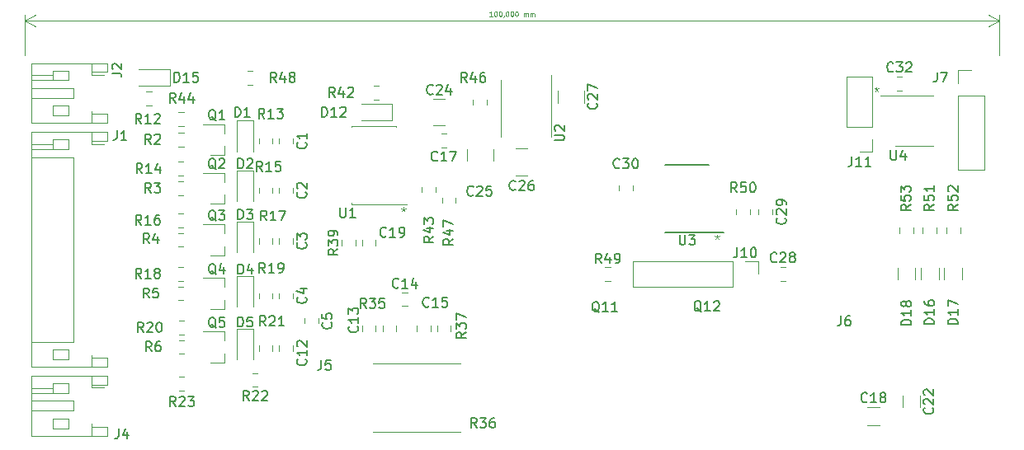
<source format=gbr>
G04 #@! TF.GenerationSoftware,KiCad,Pcbnew,5.1.5-52549c5~84~ubuntu18.04.1*
G04 #@! TF.CreationDate,2020-01-22T13:17:15+02:00*
G04 #@! TF.ProjectId,bms_10s,626d735f-3130-4732-9e6b-696361645f70,rev?*
G04 #@! TF.SameCoordinates,Original*
G04 #@! TF.FileFunction,Legend,Top*
G04 #@! TF.FilePolarity,Positive*
%FSLAX46Y46*%
G04 Gerber Fmt 4.6, Leading zero omitted, Abs format (unit mm)*
G04 Created by KiCad (PCBNEW 5.1.5-52549c5~84~ubuntu18.04.1) date 2020-01-22 13:17:15*
%MOMM*%
%LPD*%
G04 APERTURE LIST*
%ADD10C,0.100000*%
%ADD11C,0.120000*%
%ADD12C,0.150000*%
G04 APERTURE END LIST*
D10*
X107400000Y-23302380D02*
X107400000Y-23540476D01*
X107161904Y-23445238D02*
X107400000Y-23540476D01*
X107638095Y-23445238D01*
X107257142Y-23730952D02*
X107400000Y-23540476D01*
X107542857Y-23730952D01*
X91010000Y-38472380D02*
X91010000Y-38710476D01*
X90771904Y-38615238D02*
X91010000Y-38710476D01*
X91248095Y-38615238D01*
X90867142Y-38900952D02*
X91010000Y-38710476D01*
X91152857Y-38900952D01*
X58825000Y-35627380D02*
X58825000Y-35865476D01*
X58586904Y-35770238D02*
X58825000Y-35865476D01*
X59063095Y-35770238D01*
X58682142Y-36055952D02*
X58825000Y-35865476D01*
X58967857Y-36055952D01*
X67976190Y-16026190D02*
X67690476Y-16026190D01*
X67833333Y-16026190D02*
X67833333Y-15526190D01*
X67785714Y-15597619D01*
X67738095Y-15645238D01*
X67690476Y-15669047D01*
X68285714Y-15526190D02*
X68333333Y-15526190D01*
X68380952Y-15550000D01*
X68404761Y-15573809D01*
X68428571Y-15621428D01*
X68452380Y-15716666D01*
X68452380Y-15835714D01*
X68428571Y-15930952D01*
X68404761Y-15978571D01*
X68380952Y-16002380D01*
X68333333Y-16026190D01*
X68285714Y-16026190D01*
X68238095Y-16002380D01*
X68214285Y-15978571D01*
X68190476Y-15930952D01*
X68166666Y-15835714D01*
X68166666Y-15716666D01*
X68190476Y-15621428D01*
X68214285Y-15573809D01*
X68238095Y-15550000D01*
X68285714Y-15526190D01*
X68761904Y-15526190D02*
X68809523Y-15526190D01*
X68857142Y-15550000D01*
X68880952Y-15573809D01*
X68904761Y-15621428D01*
X68928571Y-15716666D01*
X68928571Y-15835714D01*
X68904761Y-15930952D01*
X68880952Y-15978571D01*
X68857142Y-16002380D01*
X68809523Y-16026190D01*
X68761904Y-16026190D01*
X68714285Y-16002380D01*
X68690476Y-15978571D01*
X68666666Y-15930952D01*
X68642857Y-15835714D01*
X68642857Y-15716666D01*
X68666666Y-15621428D01*
X68690476Y-15573809D01*
X68714285Y-15550000D01*
X68761904Y-15526190D01*
X69166666Y-16002380D02*
X69166666Y-16026190D01*
X69142857Y-16073809D01*
X69119047Y-16097619D01*
X69476190Y-15526190D02*
X69523809Y-15526190D01*
X69571428Y-15550000D01*
X69595238Y-15573809D01*
X69619047Y-15621428D01*
X69642857Y-15716666D01*
X69642857Y-15835714D01*
X69619047Y-15930952D01*
X69595238Y-15978571D01*
X69571428Y-16002380D01*
X69523809Y-16026190D01*
X69476190Y-16026190D01*
X69428571Y-16002380D01*
X69404761Y-15978571D01*
X69380952Y-15930952D01*
X69357142Y-15835714D01*
X69357142Y-15716666D01*
X69380952Y-15621428D01*
X69404761Y-15573809D01*
X69428571Y-15550000D01*
X69476190Y-15526190D01*
X69952380Y-15526190D02*
X70000000Y-15526190D01*
X70047619Y-15550000D01*
X70071428Y-15573809D01*
X70095238Y-15621428D01*
X70119047Y-15716666D01*
X70119047Y-15835714D01*
X70095238Y-15930952D01*
X70071428Y-15978571D01*
X70047619Y-16002380D01*
X70000000Y-16026190D01*
X69952380Y-16026190D01*
X69904761Y-16002380D01*
X69880952Y-15978571D01*
X69857142Y-15930952D01*
X69833333Y-15835714D01*
X69833333Y-15716666D01*
X69857142Y-15621428D01*
X69880952Y-15573809D01*
X69904761Y-15550000D01*
X69952380Y-15526190D01*
X70428571Y-15526190D02*
X70476190Y-15526190D01*
X70523809Y-15550000D01*
X70547619Y-15573809D01*
X70571428Y-15621428D01*
X70595238Y-15716666D01*
X70595238Y-15835714D01*
X70571428Y-15930952D01*
X70547619Y-15978571D01*
X70523809Y-16002380D01*
X70476190Y-16026190D01*
X70428571Y-16026190D01*
X70380952Y-16002380D01*
X70357142Y-15978571D01*
X70333333Y-15930952D01*
X70309523Y-15835714D01*
X70309523Y-15716666D01*
X70333333Y-15621428D01*
X70357142Y-15573809D01*
X70380952Y-15550000D01*
X70428571Y-15526190D01*
X71190476Y-16026190D02*
X71190476Y-15692857D01*
X71190476Y-15740476D02*
X71214285Y-15716666D01*
X71261904Y-15692857D01*
X71333333Y-15692857D01*
X71380952Y-15716666D01*
X71404761Y-15764285D01*
X71404761Y-16026190D01*
X71404761Y-15764285D02*
X71428571Y-15716666D01*
X71476190Y-15692857D01*
X71547619Y-15692857D01*
X71595238Y-15716666D01*
X71619047Y-15764285D01*
X71619047Y-16026190D01*
X71857142Y-16026190D02*
X71857142Y-15692857D01*
X71857142Y-15740476D02*
X71880952Y-15716666D01*
X71928571Y-15692857D01*
X72000000Y-15692857D01*
X72047619Y-15716666D01*
X72071428Y-15764285D01*
X72071428Y-16026190D01*
X72071428Y-15764285D02*
X72095238Y-15716666D01*
X72142857Y-15692857D01*
X72214285Y-15692857D01*
X72261904Y-15716666D01*
X72285714Y-15764285D01*
X72285714Y-16026190D01*
X20000000Y-16500000D02*
X120000000Y-16500000D01*
X20000000Y-20000000D02*
X20000000Y-15913579D01*
X120000000Y-20000000D02*
X120000000Y-15913579D01*
X120000000Y-16500000D02*
X118873496Y-17086421D01*
X120000000Y-16500000D02*
X118873496Y-15913579D01*
X20000000Y-16500000D02*
X21126504Y-17086421D01*
X20000000Y-16500000D02*
X21126504Y-15913579D01*
D11*
X53475000Y-35325000D02*
X53475000Y-35217500D01*
X53475000Y-27275000D02*
X53475000Y-27382500D01*
X58125000Y-27275000D02*
X58125000Y-27382500D01*
X59200000Y-35325000D02*
X53475000Y-35325000D01*
X58125000Y-27275000D02*
X53475000Y-27275000D01*
X50110000Y-47063748D02*
X50110000Y-47586252D01*
X48690000Y-47063748D02*
X48690000Y-47586252D01*
X46090000Y-28563748D02*
X46090000Y-29086252D01*
X47510000Y-28563748D02*
X47510000Y-29086252D01*
X47510000Y-33663748D02*
X47510000Y-34186252D01*
X46090000Y-33663748D02*
X46090000Y-34186252D01*
X46090000Y-38863748D02*
X46090000Y-39386252D01*
X47510000Y-38863748D02*
X47510000Y-39386252D01*
X46090000Y-44463748D02*
X46090000Y-44986252D01*
X47510000Y-44463748D02*
X47510000Y-44986252D01*
X46090000Y-50386252D02*
X46090000Y-49863748D01*
X47510000Y-50386252D02*
X47510000Y-49863748D01*
X54590000Y-47838748D02*
X54590000Y-48361252D01*
X56010000Y-47838748D02*
X56010000Y-48361252D01*
X59236252Y-44390000D02*
X58713748Y-44390000D01*
X59236252Y-45810000D02*
X58713748Y-45810000D01*
X61610000Y-47838748D02*
X61610000Y-48361252D01*
X60190000Y-47838748D02*
X60190000Y-48361252D01*
X62713748Y-28090000D02*
X63236252Y-28090000D01*
X62713748Y-29510000D02*
X63236252Y-29510000D01*
X107664564Y-58010000D02*
X106460436Y-58010000D01*
X107664564Y-56190000D02*
X106460436Y-56190000D01*
X56010000Y-39038748D02*
X56010000Y-39561252D01*
X54590000Y-39038748D02*
X54590000Y-39561252D01*
X110040000Y-55010436D02*
X110040000Y-56214564D01*
X111860000Y-55010436D02*
X111860000Y-56214564D01*
X61910436Y-27260000D02*
X63114564Y-27260000D01*
X61910436Y-24540000D02*
X63114564Y-24540000D01*
X65340000Y-29685436D02*
X65340000Y-30889564D01*
X68060000Y-29685436D02*
X68060000Y-30889564D01*
X70385436Y-29640000D02*
X71589564Y-29640000D01*
X70385436Y-32360000D02*
X71589564Y-32360000D01*
X77360000Y-23710436D02*
X77360000Y-24914564D01*
X74640000Y-23710436D02*
X74640000Y-24914564D01*
X97513748Y-41790000D02*
X98036252Y-41790000D01*
X97513748Y-43210000D02*
X98036252Y-43210000D01*
X96710000Y-35863748D02*
X96710000Y-36386252D01*
X95290000Y-35863748D02*
X95290000Y-36386252D01*
X82360000Y-33911252D02*
X82360000Y-33388748D01*
X80940000Y-33911252D02*
X80940000Y-33388748D01*
X109463748Y-22240000D02*
X109986252Y-22240000D01*
X109463748Y-23660000D02*
X109986252Y-23660000D01*
X43450000Y-26750000D02*
X41750000Y-26750000D01*
X41750000Y-26750000D02*
X41750000Y-29900000D01*
X43450000Y-26750000D02*
X43450000Y-29900000D01*
X43450000Y-31850000D02*
X43450000Y-35000000D01*
X41750000Y-31850000D02*
X41750000Y-35000000D01*
X43450000Y-31850000D02*
X41750000Y-31850000D01*
X43450000Y-37100000D02*
X41750000Y-37100000D01*
X41750000Y-37100000D02*
X41750000Y-40250000D01*
X43450000Y-37100000D02*
X43450000Y-40250000D01*
X43450000Y-42700000D02*
X41750000Y-42700000D01*
X41750000Y-42700000D02*
X41750000Y-45850000D01*
X43450000Y-42700000D02*
X43450000Y-45850000D01*
X43450000Y-48100000D02*
X41750000Y-48100000D01*
X41750000Y-48100000D02*
X41750000Y-51250000D01*
X43450000Y-48100000D02*
X43450000Y-51250000D01*
X57700000Y-26750000D02*
X57700000Y-25050000D01*
X57700000Y-25050000D02*
X54550000Y-25050000D01*
X57700000Y-26750000D02*
X54550000Y-26750000D01*
X34850000Y-23200000D02*
X31700000Y-23200000D01*
X34850000Y-21500000D02*
X31700000Y-21500000D01*
X34850000Y-23200000D02*
X34850000Y-21500000D01*
X113760000Y-43089564D02*
X113760000Y-41885436D01*
X111940000Y-43089564D02*
X111940000Y-41885436D01*
X114340000Y-43089564D02*
X114340000Y-41885436D01*
X116160000Y-43089564D02*
X116160000Y-41885436D01*
X109540000Y-43064564D02*
X109540000Y-41860436D01*
X111360000Y-43064564D02*
X111360000Y-41860436D01*
X26860000Y-29140000D02*
X26860000Y-28860000D01*
X26860000Y-28860000D02*
X28460000Y-28860000D01*
X28460000Y-28860000D02*
X28460000Y-27940000D01*
X28460000Y-27940000D02*
X20640000Y-27940000D01*
X20640000Y-27940000D02*
X20640000Y-52060000D01*
X20640000Y-52060000D02*
X28460000Y-52060000D01*
X28460000Y-52060000D02*
X28460000Y-51140000D01*
X28460000Y-51140000D02*
X26860000Y-51140000D01*
X26860000Y-51140000D02*
X26860000Y-50860000D01*
X20640000Y-30500000D02*
X25000000Y-30500000D01*
X25000000Y-30500000D02*
X25000000Y-49500000D01*
X25000000Y-49500000D02*
X20640000Y-49500000D01*
X26860000Y-27940000D02*
X26860000Y-28860000D01*
X26860000Y-52060000D02*
X26860000Y-51140000D01*
X24500000Y-28700000D02*
X22900000Y-28700000D01*
X22900000Y-28700000D02*
X22900000Y-29700000D01*
X22900000Y-29700000D02*
X24500000Y-29700000D01*
X24500000Y-29700000D02*
X24500000Y-28700000D01*
X24500000Y-51300000D02*
X22900000Y-51300000D01*
X22900000Y-51300000D02*
X22900000Y-50300000D01*
X22900000Y-50300000D02*
X24500000Y-50300000D01*
X24500000Y-50300000D02*
X24500000Y-51300000D01*
X22900000Y-29700000D02*
X20640000Y-29700000D01*
X22900000Y-29200000D02*
X20640000Y-29200000D01*
X26860000Y-29140000D02*
X28075000Y-29140000D01*
X26860000Y-22040000D02*
X26860000Y-21760000D01*
X26860000Y-21760000D02*
X28460000Y-21760000D01*
X28460000Y-21760000D02*
X28460000Y-20840000D01*
X28460000Y-20840000D02*
X20640000Y-20840000D01*
X20640000Y-20840000D02*
X20640000Y-26960000D01*
X20640000Y-26960000D02*
X28460000Y-26960000D01*
X28460000Y-26960000D02*
X28460000Y-26040000D01*
X28460000Y-26040000D02*
X26860000Y-26040000D01*
X26860000Y-26040000D02*
X26860000Y-25760000D01*
X20640000Y-23400000D02*
X25000000Y-23400000D01*
X25000000Y-23400000D02*
X25000000Y-24400000D01*
X25000000Y-24400000D02*
X20640000Y-24400000D01*
X26860000Y-20840000D02*
X26860000Y-21760000D01*
X26860000Y-26960000D02*
X26860000Y-26040000D01*
X24500000Y-21600000D02*
X22900000Y-21600000D01*
X22900000Y-21600000D02*
X22900000Y-22600000D01*
X22900000Y-22600000D02*
X24500000Y-22600000D01*
X24500000Y-22600000D02*
X24500000Y-21600000D01*
X24500000Y-26200000D02*
X22900000Y-26200000D01*
X22900000Y-26200000D02*
X22900000Y-25200000D01*
X22900000Y-25200000D02*
X24500000Y-25200000D01*
X24500000Y-25200000D02*
X24500000Y-26200000D01*
X22900000Y-22600000D02*
X20640000Y-22600000D01*
X22900000Y-22100000D02*
X20640000Y-22100000D01*
X26860000Y-22040000D02*
X28075000Y-22040000D01*
X26860000Y-54190000D02*
X26860000Y-53910000D01*
X26860000Y-53910000D02*
X28460000Y-53910000D01*
X28460000Y-53910000D02*
X28460000Y-52990000D01*
X28460000Y-52990000D02*
X20640000Y-52990000D01*
X20640000Y-52990000D02*
X20640000Y-59110000D01*
X20640000Y-59110000D02*
X28460000Y-59110000D01*
X28460000Y-59110000D02*
X28460000Y-58190000D01*
X28460000Y-58190000D02*
X26860000Y-58190000D01*
X26860000Y-58190000D02*
X26860000Y-57910000D01*
X20640000Y-55550000D02*
X25000000Y-55550000D01*
X25000000Y-55550000D02*
X25000000Y-56550000D01*
X25000000Y-56550000D02*
X20640000Y-56550000D01*
X26860000Y-52990000D02*
X26860000Y-53910000D01*
X26860000Y-59110000D02*
X26860000Y-58190000D01*
X24500000Y-53750000D02*
X22900000Y-53750000D01*
X22900000Y-53750000D02*
X22900000Y-54750000D01*
X22900000Y-54750000D02*
X24500000Y-54750000D01*
X24500000Y-54750000D02*
X24500000Y-53750000D01*
X24500000Y-58350000D02*
X22900000Y-58350000D01*
X22900000Y-58350000D02*
X22900000Y-57350000D01*
X22900000Y-57350000D02*
X24500000Y-57350000D01*
X24500000Y-57350000D02*
X24500000Y-58350000D01*
X22900000Y-54750000D02*
X20640000Y-54750000D01*
X22900000Y-54250000D02*
X20640000Y-54250000D01*
X26860000Y-54190000D02*
X28075000Y-54190000D01*
X115770000Y-31830000D02*
X118430000Y-31830000D01*
X115770000Y-24150000D02*
X115770000Y-31830000D01*
X118430000Y-24150000D02*
X118430000Y-31830000D01*
X115770000Y-24150000D02*
X118430000Y-24150000D01*
X115770000Y-22880000D02*
X115770000Y-21550000D01*
X115770000Y-21550000D02*
X117100000Y-21550000D01*
X82410000Y-41170000D02*
X82410000Y-43830000D01*
X92630000Y-41170000D02*
X82410000Y-41170000D01*
X92630000Y-43830000D02*
X82410000Y-43830000D01*
X92630000Y-41170000D02*
X92630000Y-43830000D01*
X93900000Y-41170000D02*
X95230000Y-41170000D01*
X95230000Y-41170000D02*
X95230000Y-42500000D01*
X106980000Y-22240000D02*
X104320000Y-22240000D01*
X106980000Y-27380000D02*
X106980000Y-22240000D01*
X104320000Y-27380000D02*
X104320000Y-22240000D01*
X106980000Y-27380000D02*
X104320000Y-27380000D01*
X106980000Y-28650000D02*
X106980000Y-29980000D01*
X106980000Y-29980000D02*
X105650000Y-29980000D01*
X40460000Y-30280000D02*
X39000000Y-30280000D01*
X40460000Y-27120000D02*
X38300000Y-27120000D01*
X40460000Y-27120000D02*
X40460000Y-28050000D01*
X40460000Y-30280000D02*
X40460000Y-29350000D01*
X40460000Y-35280000D02*
X40460000Y-34350000D01*
X40460000Y-32120000D02*
X40460000Y-33050000D01*
X40460000Y-32120000D02*
X38300000Y-32120000D01*
X40460000Y-35280000D02*
X39000000Y-35280000D01*
X40460000Y-40580000D02*
X40460000Y-39650000D01*
X40460000Y-37420000D02*
X40460000Y-38350000D01*
X40460000Y-37420000D02*
X38300000Y-37420000D01*
X40460000Y-40580000D02*
X39000000Y-40580000D01*
X40460000Y-46080000D02*
X39000000Y-46080000D01*
X40460000Y-42920000D02*
X38300000Y-42920000D01*
X40460000Y-42920000D02*
X40460000Y-43850000D01*
X40460000Y-46080000D02*
X40460000Y-45150000D01*
X40460000Y-51580000D02*
X40460000Y-50650000D01*
X40460000Y-48420000D02*
X40460000Y-49350000D01*
X40460000Y-48420000D02*
X38300000Y-48420000D01*
X40460000Y-51580000D02*
X39000000Y-51580000D01*
X36286252Y-25890000D02*
X35763748Y-25890000D01*
X36286252Y-27310000D02*
X35763748Y-27310000D01*
X43990000Y-29086252D02*
X43990000Y-28563748D01*
X45410000Y-29086252D02*
X45410000Y-28563748D01*
X36261252Y-30990000D02*
X35738748Y-30990000D01*
X36261252Y-32410000D02*
X35738748Y-32410000D01*
X43990000Y-34186252D02*
X43990000Y-33663748D01*
X45410000Y-34186252D02*
X45410000Y-33663748D01*
X36261252Y-36290000D02*
X35738748Y-36290000D01*
X36261252Y-37710000D02*
X35738748Y-37710000D01*
X43990000Y-39386252D02*
X43990000Y-38863748D01*
X45410000Y-39386252D02*
X45410000Y-38863748D01*
X36261252Y-41790000D02*
X35738748Y-41790000D01*
X36261252Y-43210000D02*
X35738748Y-43210000D01*
X45410000Y-44986252D02*
X45410000Y-44463748D01*
X43990000Y-44986252D02*
X43990000Y-44463748D01*
X36361252Y-48710000D02*
X35838748Y-48710000D01*
X36361252Y-47290000D02*
X35838748Y-47290000D01*
X45410000Y-50386252D02*
X45410000Y-49863748D01*
X43990000Y-50386252D02*
X43990000Y-49863748D01*
X43886252Y-52690000D02*
X43363748Y-52690000D01*
X43886252Y-54110000D02*
X43363748Y-54110000D01*
X36361252Y-54510000D02*
X35838748Y-54510000D01*
X36361252Y-53090000D02*
X35838748Y-53090000D01*
X58110000Y-47838748D02*
X58110000Y-48361252D01*
X56690000Y-47838748D02*
X56690000Y-48361252D01*
X64700000Y-58700000D02*
X55700000Y-58700000D01*
X64700000Y-51700000D02*
X55700000Y-51700000D01*
X62290000Y-47838748D02*
X62290000Y-48361252D01*
X63710000Y-47838748D02*
X63710000Y-48361252D01*
X52490000Y-39038748D02*
X52490000Y-39561252D01*
X53910000Y-39038748D02*
X53910000Y-39561252D01*
X55763748Y-23190000D02*
X56286252Y-23190000D01*
X55763748Y-24610000D02*
X56286252Y-24610000D01*
X62110000Y-34086252D02*
X62110000Y-33563748D01*
X60690000Y-34086252D02*
X60690000Y-33563748D01*
X32463748Y-25160000D02*
X32986252Y-25160000D01*
X32463748Y-23740000D02*
X32986252Y-23740000D01*
X67410000Y-25136252D02*
X67410000Y-24613748D01*
X65990000Y-25136252D02*
X65990000Y-24613748D01*
X62790000Y-35186252D02*
X62790000Y-34663748D01*
X64210000Y-35186252D02*
X64210000Y-34663748D01*
X43376252Y-23060000D02*
X42853748Y-23060000D01*
X43376252Y-21640000D02*
X42853748Y-21640000D01*
X80061252Y-43210000D02*
X79538748Y-43210000D01*
X80061252Y-41790000D02*
X79538748Y-41790000D01*
X92990000Y-35863748D02*
X92990000Y-36386252D01*
X94410000Y-35863748D02*
X94410000Y-36386252D01*
X113560000Y-37763748D02*
X113560000Y-38286252D01*
X112140000Y-37763748D02*
X112140000Y-38286252D01*
X114540000Y-37763748D02*
X114540000Y-38286252D01*
X115960000Y-37763748D02*
X115960000Y-38286252D01*
X111160000Y-37763748D02*
X111160000Y-38286252D01*
X109740000Y-37763748D02*
X109740000Y-38286252D01*
X73975000Y-22105000D02*
X73975000Y-28450000D01*
X68835000Y-22560000D02*
X68835000Y-28450000D01*
D12*
X90175000Y-31300000D02*
X85725000Y-31300000D01*
X91700000Y-38200000D02*
X85725000Y-38200000D01*
D11*
X111275000Y-29305000D02*
X113225000Y-29305000D01*
X111275000Y-29305000D02*
X109325000Y-29305000D01*
X111275000Y-24185000D02*
X113225000Y-24185000D01*
X111275000Y-24185000D02*
X107825000Y-24185000D01*
X35763748Y-27990000D02*
X36286252Y-27990000D01*
X35763748Y-29410000D02*
X36286252Y-29410000D01*
X35738748Y-32990000D02*
X36261252Y-32990000D01*
X35738748Y-34410000D02*
X36261252Y-34410000D01*
X35738748Y-38290000D02*
X36261252Y-38290000D01*
X35738748Y-39710000D02*
X36261252Y-39710000D01*
X35738748Y-45210000D02*
X36261252Y-45210000D01*
X35738748Y-43790000D02*
X36261252Y-43790000D01*
X35838748Y-50710000D02*
X36361252Y-50710000D01*
X35838748Y-49290000D02*
X36361252Y-49290000D01*
D12*
X52338095Y-35702380D02*
X52338095Y-36511904D01*
X52385714Y-36607142D01*
X52433333Y-36654761D01*
X52528571Y-36702380D01*
X52719047Y-36702380D01*
X52814285Y-36654761D01*
X52861904Y-36607142D01*
X52909523Y-36511904D01*
X52909523Y-35702380D01*
X53909523Y-36702380D02*
X53338095Y-36702380D01*
X53623809Y-36702380D02*
X53623809Y-35702380D01*
X53528571Y-35845238D01*
X53433333Y-35940476D01*
X53338095Y-35988095D01*
X51407142Y-47491666D02*
X51454761Y-47539285D01*
X51502380Y-47682142D01*
X51502380Y-47777380D01*
X51454761Y-47920238D01*
X51359523Y-48015476D01*
X51264285Y-48063095D01*
X51073809Y-48110714D01*
X50930952Y-48110714D01*
X50740476Y-48063095D01*
X50645238Y-48015476D01*
X50550000Y-47920238D01*
X50502380Y-47777380D01*
X50502380Y-47682142D01*
X50550000Y-47539285D01*
X50597619Y-47491666D01*
X50502380Y-46586904D02*
X50502380Y-47063095D01*
X50978571Y-47110714D01*
X50930952Y-47063095D01*
X50883333Y-46967857D01*
X50883333Y-46729761D01*
X50930952Y-46634523D01*
X50978571Y-46586904D01*
X51073809Y-46539285D01*
X51311904Y-46539285D01*
X51407142Y-46586904D01*
X51454761Y-46634523D01*
X51502380Y-46729761D01*
X51502380Y-46967857D01*
X51454761Y-47063095D01*
X51407142Y-47110714D01*
X48807142Y-28991666D02*
X48854761Y-29039285D01*
X48902380Y-29182142D01*
X48902380Y-29277380D01*
X48854761Y-29420238D01*
X48759523Y-29515476D01*
X48664285Y-29563095D01*
X48473809Y-29610714D01*
X48330952Y-29610714D01*
X48140476Y-29563095D01*
X48045238Y-29515476D01*
X47950000Y-29420238D01*
X47902380Y-29277380D01*
X47902380Y-29182142D01*
X47950000Y-29039285D01*
X47997619Y-28991666D01*
X48902380Y-28039285D02*
X48902380Y-28610714D01*
X48902380Y-28325000D02*
X47902380Y-28325000D01*
X48045238Y-28420238D01*
X48140476Y-28515476D01*
X48188095Y-28610714D01*
X48807142Y-34091666D02*
X48854761Y-34139285D01*
X48902380Y-34282142D01*
X48902380Y-34377380D01*
X48854761Y-34520238D01*
X48759523Y-34615476D01*
X48664285Y-34663095D01*
X48473809Y-34710714D01*
X48330952Y-34710714D01*
X48140476Y-34663095D01*
X48045238Y-34615476D01*
X47950000Y-34520238D01*
X47902380Y-34377380D01*
X47902380Y-34282142D01*
X47950000Y-34139285D01*
X47997619Y-34091666D01*
X47997619Y-33710714D02*
X47950000Y-33663095D01*
X47902380Y-33567857D01*
X47902380Y-33329761D01*
X47950000Y-33234523D01*
X47997619Y-33186904D01*
X48092857Y-33139285D01*
X48188095Y-33139285D01*
X48330952Y-33186904D01*
X48902380Y-33758333D01*
X48902380Y-33139285D01*
X48807142Y-39291666D02*
X48854761Y-39339285D01*
X48902380Y-39482142D01*
X48902380Y-39577380D01*
X48854761Y-39720238D01*
X48759523Y-39815476D01*
X48664285Y-39863095D01*
X48473809Y-39910714D01*
X48330952Y-39910714D01*
X48140476Y-39863095D01*
X48045238Y-39815476D01*
X47950000Y-39720238D01*
X47902380Y-39577380D01*
X47902380Y-39482142D01*
X47950000Y-39339285D01*
X47997619Y-39291666D01*
X47902380Y-38958333D02*
X47902380Y-38339285D01*
X48283333Y-38672619D01*
X48283333Y-38529761D01*
X48330952Y-38434523D01*
X48378571Y-38386904D01*
X48473809Y-38339285D01*
X48711904Y-38339285D01*
X48807142Y-38386904D01*
X48854761Y-38434523D01*
X48902380Y-38529761D01*
X48902380Y-38815476D01*
X48854761Y-38910714D01*
X48807142Y-38958333D01*
X48807142Y-44891666D02*
X48854761Y-44939285D01*
X48902380Y-45082142D01*
X48902380Y-45177380D01*
X48854761Y-45320238D01*
X48759523Y-45415476D01*
X48664285Y-45463095D01*
X48473809Y-45510714D01*
X48330952Y-45510714D01*
X48140476Y-45463095D01*
X48045238Y-45415476D01*
X47950000Y-45320238D01*
X47902380Y-45177380D01*
X47902380Y-45082142D01*
X47950000Y-44939285D01*
X47997619Y-44891666D01*
X48235714Y-44034523D02*
X48902380Y-44034523D01*
X47854761Y-44272619D02*
X48569047Y-44510714D01*
X48569047Y-43891666D01*
X48807142Y-51267857D02*
X48854761Y-51315476D01*
X48902380Y-51458333D01*
X48902380Y-51553571D01*
X48854761Y-51696428D01*
X48759523Y-51791666D01*
X48664285Y-51839285D01*
X48473809Y-51886904D01*
X48330952Y-51886904D01*
X48140476Y-51839285D01*
X48045238Y-51791666D01*
X47950000Y-51696428D01*
X47902380Y-51553571D01*
X47902380Y-51458333D01*
X47950000Y-51315476D01*
X47997619Y-51267857D01*
X48902380Y-50315476D02*
X48902380Y-50886904D01*
X48902380Y-50601190D02*
X47902380Y-50601190D01*
X48045238Y-50696428D01*
X48140476Y-50791666D01*
X48188095Y-50886904D01*
X47997619Y-49934523D02*
X47950000Y-49886904D01*
X47902380Y-49791666D01*
X47902380Y-49553571D01*
X47950000Y-49458333D01*
X47997619Y-49410714D01*
X48092857Y-49363095D01*
X48188095Y-49363095D01*
X48330952Y-49410714D01*
X48902380Y-49982142D01*
X48902380Y-49363095D01*
X54107142Y-47892857D02*
X54154761Y-47940476D01*
X54202380Y-48083333D01*
X54202380Y-48178571D01*
X54154761Y-48321428D01*
X54059523Y-48416666D01*
X53964285Y-48464285D01*
X53773809Y-48511904D01*
X53630952Y-48511904D01*
X53440476Y-48464285D01*
X53345238Y-48416666D01*
X53250000Y-48321428D01*
X53202380Y-48178571D01*
X53202380Y-48083333D01*
X53250000Y-47940476D01*
X53297619Y-47892857D01*
X54202380Y-46940476D02*
X54202380Y-47511904D01*
X54202380Y-47226190D02*
X53202380Y-47226190D01*
X53345238Y-47321428D01*
X53440476Y-47416666D01*
X53488095Y-47511904D01*
X53202380Y-46607142D02*
X53202380Y-45988095D01*
X53583333Y-46321428D01*
X53583333Y-46178571D01*
X53630952Y-46083333D01*
X53678571Y-46035714D01*
X53773809Y-45988095D01*
X54011904Y-45988095D01*
X54107142Y-46035714D01*
X54154761Y-46083333D01*
X54202380Y-46178571D01*
X54202380Y-46464285D01*
X54154761Y-46559523D01*
X54107142Y-46607142D01*
X58332142Y-43857142D02*
X58284523Y-43904761D01*
X58141666Y-43952380D01*
X58046428Y-43952380D01*
X57903571Y-43904761D01*
X57808333Y-43809523D01*
X57760714Y-43714285D01*
X57713095Y-43523809D01*
X57713095Y-43380952D01*
X57760714Y-43190476D01*
X57808333Y-43095238D01*
X57903571Y-43000000D01*
X58046428Y-42952380D01*
X58141666Y-42952380D01*
X58284523Y-43000000D01*
X58332142Y-43047619D01*
X59284523Y-43952380D02*
X58713095Y-43952380D01*
X58998809Y-43952380D02*
X58998809Y-42952380D01*
X58903571Y-43095238D01*
X58808333Y-43190476D01*
X58713095Y-43238095D01*
X60141666Y-43285714D02*
X60141666Y-43952380D01*
X59903571Y-42904761D02*
X59665476Y-43619047D01*
X60284523Y-43619047D01*
X61457142Y-45807142D02*
X61409523Y-45854761D01*
X61266666Y-45902380D01*
X61171428Y-45902380D01*
X61028571Y-45854761D01*
X60933333Y-45759523D01*
X60885714Y-45664285D01*
X60838095Y-45473809D01*
X60838095Y-45330952D01*
X60885714Y-45140476D01*
X60933333Y-45045238D01*
X61028571Y-44950000D01*
X61171428Y-44902380D01*
X61266666Y-44902380D01*
X61409523Y-44950000D01*
X61457142Y-44997619D01*
X62409523Y-45902380D02*
X61838095Y-45902380D01*
X62123809Y-45902380D02*
X62123809Y-44902380D01*
X62028571Y-45045238D01*
X61933333Y-45140476D01*
X61838095Y-45188095D01*
X63314285Y-44902380D02*
X62838095Y-44902380D01*
X62790476Y-45378571D01*
X62838095Y-45330952D01*
X62933333Y-45283333D01*
X63171428Y-45283333D01*
X63266666Y-45330952D01*
X63314285Y-45378571D01*
X63361904Y-45473809D01*
X63361904Y-45711904D01*
X63314285Y-45807142D01*
X63266666Y-45854761D01*
X63171428Y-45902380D01*
X62933333Y-45902380D01*
X62838095Y-45854761D01*
X62790476Y-45807142D01*
X62332142Y-30807142D02*
X62284523Y-30854761D01*
X62141666Y-30902380D01*
X62046428Y-30902380D01*
X61903571Y-30854761D01*
X61808333Y-30759523D01*
X61760714Y-30664285D01*
X61713095Y-30473809D01*
X61713095Y-30330952D01*
X61760714Y-30140476D01*
X61808333Y-30045238D01*
X61903571Y-29950000D01*
X62046428Y-29902380D01*
X62141666Y-29902380D01*
X62284523Y-29950000D01*
X62332142Y-29997619D01*
X63284523Y-30902380D02*
X62713095Y-30902380D01*
X62998809Y-30902380D02*
X62998809Y-29902380D01*
X62903571Y-30045238D01*
X62808333Y-30140476D01*
X62713095Y-30188095D01*
X63617857Y-29902380D02*
X64284523Y-29902380D01*
X63855952Y-30902380D01*
X106419642Y-55607142D02*
X106372023Y-55654761D01*
X106229166Y-55702380D01*
X106133928Y-55702380D01*
X105991071Y-55654761D01*
X105895833Y-55559523D01*
X105848214Y-55464285D01*
X105800595Y-55273809D01*
X105800595Y-55130952D01*
X105848214Y-54940476D01*
X105895833Y-54845238D01*
X105991071Y-54750000D01*
X106133928Y-54702380D01*
X106229166Y-54702380D01*
X106372023Y-54750000D01*
X106419642Y-54797619D01*
X107372023Y-55702380D02*
X106800595Y-55702380D01*
X107086309Y-55702380D02*
X107086309Y-54702380D01*
X106991071Y-54845238D01*
X106895833Y-54940476D01*
X106800595Y-54988095D01*
X107943452Y-55130952D02*
X107848214Y-55083333D01*
X107800595Y-55035714D01*
X107752976Y-54940476D01*
X107752976Y-54892857D01*
X107800595Y-54797619D01*
X107848214Y-54750000D01*
X107943452Y-54702380D01*
X108133928Y-54702380D01*
X108229166Y-54750000D01*
X108276785Y-54797619D01*
X108324404Y-54892857D01*
X108324404Y-54940476D01*
X108276785Y-55035714D01*
X108229166Y-55083333D01*
X108133928Y-55130952D01*
X107943452Y-55130952D01*
X107848214Y-55178571D01*
X107800595Y-55226190D01*
X107752976Y-55321428D01*
X107752976Y-55511904D01*
X107800595Y-55607142D01*
X107848214Y-55654761D01*
X107943452Y-55702380D01*
X108133928Y-55702380D01*
X108229166Y-55654761D01*
X108276785Y-55607142D01*
X108324404Y-55511904D01*
X108324404Y-55321428D01*
X108276785Y-55226190D01*
X108229166Y-55178571D01*
X108133928Y-55130952D01*
X57057142Y-38607142D02*
X57009523Y-38654761D01*
X56866666Y-38702380D01*
X56771428Y-38702380D01*
X56628571Y-38654761D01*
X56533333Y-38559523D01*
X56485714Y-38464285D01*
X56438095Y-38273809D01*
X56438095Y-38130952D01*
X56485714Y-37940476D01*
X56533333Y-37845238D01*
X56628571Y-37750000D01*
X56771428Y-37702380D01*
X56866666Y-37702380D01*
X57009523Y-37750000D01*
X57057142Y-37797619D01*
X58009523Y-38702380D02*
X57438095Y-38702380D01*
X57723809Y-38702380D02*
X57723809Y-37702380D01*
X57628571Y-37845238D01*
X57533333Y-37940476D01*
X57438095Y-37988095D01*
X58485714Y-38702380D02*
X58676190Y-38702380D01*
X58771428Y-38654761D01*
X58819047Y-38607142D01*
X58914285Y-38464285D01*
X58961904Y-38273809D01*
X58961904Y-37892857D01*
X58914285Y-37797619D01*
X58866666Y-37750000D01*
X58771428Y-37702380D01*
X58580952Y-37702380D01*
X58485714Y-37750000D01*
X58438095Y-37797619D01*
X58390476Y-37892857D01*
X58390476Y-38130952D01*
X58438095Y-38226190D01*
X58485714Y-38273809D01*
X58580952Y-38321428D01*
X58771428Y-38321428D01*
X58866666Y-38273809D01*
X58914285Y-38226190D01*
X58961904Y-38130952D01*
X113127142Y-56255357D02*
X113174761Y-56302976D01*
X113222380Y-56445833D01*
X113222380Y-56541071D01*
X113174761Y-56683928D01*
X113079523Y-56779166D01*
X112984285Y-56826785D01*
X112793809Y-56874404D01*
X112650952Y-56874404D01*
X112460476Y-56826785D01*
X112365238Y-56779166D01*
X112270000Y-56683928D01*
X112222380Y-56541071D01*
X112222380Y-56445833D01*
X112270000Y-56302976D01*
X112317619Y-56255357D01*
X112317619Y-55874404D02*
X112270000Y-55826785D01*
X112222380Y-55731547D01*
X112222380Y-55493452D01*
X112270000Y-55398214D01*
X112317619Y-55350595D01*
X112412857Y-55302976D01*
X112508095Y-55302976D01*
X112650952Y-55350595D01*
X113222380Y-55922023D01*
X113222380Y-55302976D01*
X112317619Y-54922023D02*
X112270000Y-54874404D01*
X112222380Y-54779166D01*
X112222380Y-54541071D01*
X112270000Y-54445833D01*
X112317619Y-54398214D01*
X112412857Y-54350595D01*
X112508095Y-54350595D01*
X112650952Y-54398214D01*
X113222380Y-54969642D01*
X113222380Y-54350595D01*
X61869642Y-23977142D02*
X61822023Y-24024761D01*
X61679166Y-24072380D01*
X61583928Y-24072380D01*
X61441071Y-24024761D01*
X61345833Y-23929523D01*
X61298214Y-23834285D01*
X61250595Y-23643809D01*
X61250595Y-23500952D01*
X61298214Y-23310476D01*
X61345833Y-23215238D01*
X61441071Y-23120000D01*
X61583928Y-23072380D01*
X61679166Y-23072380D01*
X61822023Y-23120000D01*
X61869642Y-23167619D01*
X62250595Y-23167619D02*
X62298214Y-23120000D01*
X62393452Y-23072380D01*
X62631547Y-23072380D01*
X62726785Y-23120000D01*
X62774404Y-23167619D01*
X62822023Y-23262857D01*
X62822023Y-23358095D01*
X62774404Y-23500952D01*
X62202976Y-24072380D01*
X62822023Y-24072380D01*
X63679166Y-23405714D02*
X63679166Y-24072380D01*
X63441071Y-23024761D02*
X63202976Y-23739047D01*
X63822023Y-23739047D01*
X66007142Y-34382142D02*
X65959523Y-34429761D01*
X65816666Y-34477380D01*
X65721428Y-34477380D01*
X65578571Y-34429761D01*
X65483333Y-34334523D01*
X65435714Y-34239285D01*
X65388095Y-34048809D01*
X65388095Y-33905952D01*
X65435714Y-33715476D01*
X65483333Y-33620238D01*
X65578571Y-33525000D01*
X65721428Y-33477380D01*
X65816666Y-33477380D01*
X65959523Y-33525000D01*
X66007142Y-33572619D01*
X66388095Y-33572619D02*
X66435714Y-33525000D01*
X66530952Y-33477380D01*
X66769047Y-33477380D01*
X66864285Y-33525000D01*
X66911904Y-33572619D01*
X66959523Y-33667857D01*
X66959523Y-33763095D01*
X66911904Y-33905952D01*
X66340476Y-34477380D01*
X66959523Y-34477380D01*
X67864285Y-33477380D02*
X67388095Y-33477380D01*
X67340476Y-33953571D01*
X67388095Y-33905952D01*
X67483333Y-33858333D01*
X67721428Y-33858333D01*
X67816666Y-33905952D01*
X67864285Y-33953571D01*
X67911904Y-34048809D01*
X67911904Y-34286904D01*
X67864285Y-34382142D01*
X67816666Y-34429761D01*
X67721428Y-34477380D01*
X67483333Y-34477380D01*
X67388095Y-34429761D01*
X67340476Y-34382142D01*
X70332142Y-33807142D02*
X70284523Y-33854761D01*
X70141666Y-33902380D01*
X70046428Y-33902380D01*
X69903571Y-33854761D01*
X69808333Y-33759523D01*
X69760714Y-33664285D01*
X69713095Y-33473809D01*
X69713095Y-33330952D01*
X69760714Y-33140476D01*
X69808333Y-33045238D01*
X69903571Y-32950000D01*
X70046428Y-32902380D01*
X70141666Y-32902380D01*
X70284523Y-32950000D01*
X70332142Y-32997619D01*
X70713095Y-32997619D02*
X70760714Y-32950000D01*
X70855952Y-32902380D01*
X71094047Y-32902380D01*
X71189285Y-32950000D01*
X71236904Y-32997619D01*
X71284523Y-33092857D01*
X71284523Y-33188095D01*
X71236904Y-33330952D01*
X70665476Y-33902380D01*
X71284523Y-33902380D01*
X72141666Y-32902380D02*
X71951190Y-32902380D01*
X71855952Y-32950000D01*
X71808333Y-32997619D01*
X71713095Y-33140476D01*
X71665476Y-33330952D01*
X71665476Y-33711904D01*
X71713095Y-33807142D01*
X71760714Y-33854761D01*
X71855952Y-33902380D01*
X72046428Y-33902380D01*
X72141666Y-33854761D01*
X72189285Y-33807142D01*
X72236904Y-33711904D01*
X72236904Y-33473809D01*
X72189285Y-33378571D01*
X72141666Y-33330952D01*
X72046428Y-33283333D01*
X71855952Y-33283333D01*
X71760714Y-33330952D01*
X71713095Y-33378571D01*
X71665476Y-33473809D01*
X78637142Y-24955357D02*
X78684761Y-25002976D01*
X78732380Y-25145833D01*
X78732380Y-25241071D01*
X78684761Y-25383928D01*
X78589523Y-25479166D01*
X78494285Y-25526785D01*
X78303809Y-25574404D01*
X78160952Y-25574404D01*
X77970476Y-25526785D01*
X77875238Y-25479166D01*
X77780000Y-25383928D01*
X77732380Y-25241071D01*
X77732380Y-25145833D01*
X77780000Y-25002976D01*
X77827619Y-24955357D01*
X77827619Y-24574404D02*
X77780000Y-24526785D01*
X77732380Y-24431547D01*
X77732380Y-24193452D01*
X77780000Y-24098214D01*
X77827619Y-24050595D01*
X77922857Y-24002976D01*
X78018095Y-24002976D01*
X78160952Y-24050595D01*
X78732380Y-24622023D01*
X78732380Y-24002976D01*
X77732380Y-23669642D02*
X77732380Y-23002976D01*
X78732380Y-23431547D01*
X97132142Y-41207142D02*
X97084523Y-41254761D01*
X96941666Y-41302380D01*
X96846428Y-41302380D01*
X96703571Y-41254761D01*
X96608333Y-41159523D01*
X96560714Y-41064285D01*
X96513095Y-40873809D01*
X96513095Y-40730952D01*
X96560714Y-40540476D01*
X96608333Y-40445238D01*
X96703571Y-40350000D01*
X96846428Y-40302380D01*
X96941666Y-40302380D01*
X97084523Y-40350000D01*
X97132142Y-40397619D01*
X97513095Y-40397619D02*
X97560714Y-40350000D01*
X97655952Y-40302380D01*
X97894047Y-40302380D01*
X97989285Y-40350000D01*
X98036904Y-40397619D01*
X98084523Y-40492857D01*
X98084523Y-40588095D01*
X98036904Y-40730952D01*
X97465476Y-41302380D01*
X98084523Y-41302380D01*
X98655952Y-40730952D02*
X98560714Y-40683333D01*
X98513095Y-40635714D01*
X98465476Y-40540476D01*
X98465476Y-40492857D01*
X98513095Y-40397619D01*
X98560714Y-40350000D01*
X98655952Y-40302380D01*
X98846428Y-40302380D01*
X98941666Y-40350000D01*
X98989285Y-40397619D01*
X99036904Y-40492857D01*
X99036904Y-40540476D01*
X98989285Y-40635714D01*
X98941666Y-40683333D01*
X98846428Y-40730952D01*
X98655952Y-40730952D01*
X98560714Y-40778571D01*
X98513095Y-40826190D01*
X98465476Y-40921428D01*
X98465476Y-41111904D01*
X98513095Y-41207142D01*
X98560714Y-41254761D01*
X98655952Y-41302380D01*
X98846428Y-41302380D01*
X98941666Y-41254761D01*
X98989285Y-41207142D01*
X99036904Y-41111904D01*
X99036904Y-40921428D01*
X98989285Y-40826190D01*
X98941666Y-40778571D01*
X98846428Y-40730952D01*
X98007142Y-36767857D02*
X98054761Y-36815476D01*
X98102380Y-36958333D01*
X98102380Y-37053571D01*
X98054761Y-37196428D01*
X97959523Y-37291666D01*
X97864285Y-37339285D01*
X97673809Y-37386904D01*
X97530952Y-37386904D01*
X97340476Y-37339285D01*
X97245238Y-37291666D01*
X97150000Y-37196428D01*
X97102380Y-37053571D01*
X97102380Y-36958333D01*
X97150000Y-36815476D01*
X97197619Y-36767857D01*
X97197619Y-36386904D02*
X97150000Y-36339285D01*
X97102380Y-36244047D01*
X97102380Y-36005952D01*
X97150000Y-35910714D01*
X97197619Y-35863095D01*
X97292857Y-35815476D01*
X97388095Y-35815476D01*
X97530952Y-35863095D01*
X98102380Y-36434523D01*
X98102380Y-35815476D01*
X98102380Y-35339285D02*
X98102380Y-35148809D01*
X98054761Y-35053571D01*
X98007142Y-35005952D01*
X97864285Y-34910714D01*
X97673809Y-34863095D01*
X97292857Y-34863095D01*
X97197619Y-34910714D01*
X97150000Y-34958333D01*
X97102380Y-35053571D01*
X97102380Y-35244047D01*
X97150000Y-35339285D01*
X97197619Y-35386904D01*
X97292857Y-35434523D01*
X97530952Y-35434523D01*
X97626190Y-35386904D01*
X97673809Y-35339285D01*
X97721428Y-35244047D01*
X97721428Y-35053571D01*
X97673809Y-34958333D01*
X97626190Y-34910714D01*
X97530952Y-34863095D01*
X81007142Y-31557142D02*
X80959523Y-31604761D01*
X80816666Y-31652380D01*
X80721428Y-31652380D01*
X80578571Y-31604761D01*
X80483333Y-31509523D01*
X80435714Y-31414285D01*
X80388095Y-31223809D01*
X80388095Y-31080952D01*
X80435714Y-30890476D01*
X80483333Y-30795238D01*
X80578571Y-30700000D01*
X80721428Y-30652380D01*
X80816666Y-30652380D01*
X80959523Y-30700000D01*
X81007142Y-30747619D01*
X81340476Y-30652380D02*
X81959523Y-30652380D01*
X81626190Y-31033333D01*
X81769047Y-31033333D01*
X81864285Y-31080952D01*
X81911904Y-31128571D01*
X81959523Y-31223809D01*
X81959523Y-31461904D01*
X81911904Y-31557142D01*
X81864285Y-31604761D01*
X81769047Y-31652380D01*
X81483333Y-31652380D01*
X81388095Y-31604761D01*
X81340476Y-31557142D01*
X82578571Y-30652380D02*
X82673809Y-30652380D01*
X82769047Y-30700000D01*
X82816666Y-30747619D01*
X82864285Y-30842857D01*
X82911904Y-31033333D01*
X82911904Y-31271428D01*
X82864285Y-31461904D01*
X82816666Y-31557142D01*
X82769047Y-31604761D01*
X82673809Y-31652380D01*
X82578571Y-31652380D01*
X82483333Y-31604761D01*
X82435714Y-31557142D01*
X82388095Y-31461904D01*
X82340476Y-31271428D01*
X82340476Y-31033333D01*
X82388095Y-30842857D01*
X82435714Y-30747619D01*
X82483333Y-30700000D01*
X82578571Y-30652380D01*
X109082142Y-21657142D02*
X109034523Y-21704761D01*
X108891666Y-21752380D01*
X108796428Y-21752380D01*
X108653571Y-21704761D01*
X108558333Y-21609523D01*
X108510714Y-21514285D01*
X108463095Y-21323809D01*
X108463095Y-21180952D01*
X108510714Y-20990476D01*
X108558333Y-20895238D01*
X108653571Y-20800000D01*
X108796428Y-20752380D01*
X108891666Y-20752380D01*
X109034523Y-20800000D01*
X109082142Y-20847619D01*
X109415476Y-20752380D02*
X110034523Y-20752380D01*
X109701190Y-21133333D01*
X109844047Y-21133333D01*
X109939285Y-21180952D01*
X109986904Y-21228571D01*
X110034523Y-21323809D01*
X110034523Y-21561904D01*
X109986904Y-21657142D01*
X109939285Y-21704761D01*
X109844047Y-21752380D01*
X109558333Y-21752380D01*
X109463095Y-21704761D01*
X109415476Y-21657142D01*
X110415476Y-20847619D02*
X110463095Y-20800000D01*
X110558333Y-20752380D01*
X110796428Y-20752380D01*
X110891666Y-20800000D01*
X110939285Y-20847619D01*
X110986904Y-20942857D01*
X110986904Y-21038095D01*
X110939285Y-21180952D01*
X110367857Y-21752380D01*
X110986904Y-21752380D01*
X41561904Y-26352380D02*
X41561904Y-25352380D01*
X41800000Y-25352380D01*
X41942857Y-25400000D01*
X42038095Y-25495238D01*
X42085714Y-25590476D01*
X42133333Y-25780952D01*
X42133333Y-25923809D01*
X42085714Y-26114285D01*
X42038095Y-26209523D01*
X41942857Y-26304761D01*
X41800000Y-26352380D01*
X41561904Y-26352380D01*
X43085714Y-26352380D02*
X42514285Y-26352380D01*
X42800000Y-26352380D02*
X42800000Y-25352380D01*
X42704761Y-25495238D01*
X42609523Y-25590476D01*
X42514285Y-25638095D01*
X41861904Y-31652380D02*
X41861904Y-30652380D01*
X42100000Y-30652380D01*
X42242857Y-30700000D01*
X42338095Y-30795238D01*
X42385714Y-30890476D01*
X42433333Y-31080952D01*
X42433333Y-31223809D01*
X42385714Y-31414285D01*
X42338095Y-31509523D01*
X42242857Y-31604761D01*
X42100000Y-31652380D01*
X41861904Y-31652380D01*
X42814285Y-30747619D02*
X42861904Y-30700000D01*
X42957142Y-30652380D01*
X43195238Y-30652380D01*
X43290476Y-30700000D01*
X43338095Y-30747619D01*
X43385714Y-30842857D01*
X43385714Y-30938095D01*
X43338095Y-31080952D01*
X42766666Y-31652380D01*
X43385714Y-31652380D01*
X41861904Y-36877380D02*
X41861904Y-35877380D01*
X42100000Y-35877380D01*
X42242857Y-35925000D01*
X42338095Y-36020238D01*
X42385714Y-36115476D01*
X42433333Y-36305952D01*
X42433333Y-36448809D01*
X42385714Y-36639285D01*
X42338095Y-36734523D01*
X42242857Y-36829761D01*
X42100000Y-36877380D01*
X41861904Y-36877380D01*
X42766666Y-35877380D02*
X43385714Y-35877380D01*
X43052380Y-36258333D01*
X43195238Y-36258333D01*
X43290476Y-36305952D01*
X43338095Y-36353571D01*
X43385714Y-36448809D01*
X43385714Y-36686904D01*
X43338095Y-36782142D01*
X43290476Y-36829761D01*
X43195238Y-36877380D01*
X42909523Y-36877380D01*
X42814285Y-36829761D01*
X42766666Y-36782142D01*
X41861904Y-42502380D02*
X41861904Y-41502380D01*
X42100000Y-41502380D01*
X42242857Y-41550000D01*
X42338095Y-41645238D01*
X42385714Y-41740476D01*
X42433333Y-41930952D01*
X42433333Y-42073809D01*
X42385714Y-42264285D01*
X42338095Y-42359523D01*
X42242857Y-42454761D01*
X42100000Y-42502380D01*
X41861904Y-42502380D01*
X43290476Y-41835714D02*
X43290476Y-42502380D01*
X43052380Y-41454761D02*
X42814285Y-42169047D01*
X43433333Y-42169047D01*
X41836904Y-47927380D02*
X41836904Y-46927380D01*
X42075000Y-46927380D01*
X42217857Y-46975000D01*
X42313095Y-47070238D01*
X42360714Y-47165476D01*
X42408333Y-47355952D01*
X42408333Y-47498809D01*
X42360714Y-47689285D01*
X42313095Y-47784523D01*
X42217857Y-47879761D01*
X42075000Y-47927380D01*
X41836904Y-47927380D01*
X43313095Y-46927380D02*
X42836904Y-46927380D01*
X42789285Y-47403571D01*
X42836904Y-47355952D01*
X42932142Y-47308333D01*
X43170238Y-47308333D01*
X43265476Y-47355952D01*
X43313095Y-47403571D01*
X43360714Y-47498809D01*
X43360714Y-47736904D01*
X43313095Y-47832142D01*
X43265476Y-47879761D01*
X43170238Y-47927380D01*
X42932142Y-47927380D01*
X42836904Y-47879761D01*
X42789285Y-47832142D01*
X50460714Y-26352380D02*
X50460714Y-25352380D01*
X50698809Y-25352380D01*
X50841666Y-25400000D01*
X50936904Y-25495238D01*
X50984523Y-25590476D01*
X51032142Y-25780952D01*
X51032142Y-25923809D01*
X50984523Y-26114285D01*
X50936904Y-26209523D01*
X50841666Y-26304761D01*
X50698809Y-26352380D01*
X50460714Y-26352380D01*
X51984523Y-26352380D02*
X51413095Y-26352380D01*
X51698809Y-26352380D02*
X51698809Y-25352380D01*
X51603571Y-25495238D01*
X51508333Y-25590476D01*
X51413095Y-25638095D01*
X52365476Y-25447619D02*
X52413095Y-25400000D01*
X52508333Y-25352380D01*
X52746428Y-25352380D01*
X52841666Y-25400000D01*
X52889285Y-25447619D01*
X52936904Y-25542857D01*
X52936904Y-25638095D01*
X52889285Y-25780952D01*
X52317857Y-26352380D01*
X52936904Y-26352380D01*
X35315714Y-22792380D02*
X35315714Y-21792380D01*
X35553809Y-21792380D01*
X35696666Y-21840000D01*
X35791904Y-21935238D01*
X35839523Y-22030476D01*
X35887142Y-22220952D01*
X35887142Y-22363809D01*
X35839523Y-22554285D01*
X35791904Y-22649523D01*
X35696666Y-22744761D01*
X35553809Y-22792380D01*
X35315714Y-22792380D01*
X36839523Y-22792380D02*
X36268095Y-22792380D01*
X36553809Y-22792380D02*
X36553809Y-21792380D01*
X36458571Y-21935238D01*
X36363333Y-22030476D01*
X36268095Y-22078095D01*
X37744285Y-21792380D02*
X37268095Y-21792380D01*
X37220476Y-22268571D01*
X37268095Y-22220952D01*
X37363333Y-22173333D01*
X37601428Y-22173333D01*
X37696666Y-22220952D01*
X37744285Y-22268571D01*
X37791904Y-22363809D01*
X37791904Y-22601904D01*
X37744285Y-22697142D01*
X37696666Y-22744761D01*
X37601428Y-22792380D01*
X37363333Y-22792380D01*
X37268095Y-22744761D01*
X37220476Y-22697142D01*
X113302380Y-47654285D02*
X112302380Y-47654285D01*
X112302380Y-47416190D01*
X112350000Y-47273333D01*
X112445238Y-47178095D01*
X112540476Y-47130476D01*
X112730952Y-47082857D01*
X112873809Y-47082857D01*
X113064285Y-47130476D01*
X113159523Y-47178095D01*
X113254761Y-47273333D01*
X113302380Y-47416190D01*
X113302380Y-47654285D01*
X113302380Y-46130476D02*
X113302380Y-46701904D01*
X113302380Y-46416190D02*
X112302380Y-46416190D01*
X112445238Y-46511428D01*
X112540476Y-46606666D01*
X112588095Y-46701904D01*
X112302380Y-45273333D02*
X112302380Y-45463809D01*
X112350000Y-45559047D01*
X112397619Y-45606666D01*
X112540476Y-45701904D01*
X112730952Y-45749523D01*
X113111904Y-45749523D01*
X113207142Y-45701904D01*
X113254761Y-45654285D01*
X113302380Y-45559047D01*
X113302380Y-45368571D01*
X113254761Y-45273333D01*
X113207142Y-45225714D01*
X113111904Y-45178095D01*
X112873809Y-45178095D01*
X112778571Y-45225714D01*
X112730952Y-45273333D01*
X112683333Y-45368571D01*
X112683333Y-45559047D01*
X112730952Y-45654285D01*
X112778571Y-45701904D01*
X112873809Y-45749523D01*
X115712380Y-47664285D02*
X114712380Y-47664285D01*
X114712380Y-47426190D01*
X114760000Y-47283333D01*
X114855238Y-47188095D01*
X114950476Y-47140476D01*
X115140952Y-47092857D01*
X115283809Y-47092857D01*
X115474285Y-47140476D01*
X115569523Y-47188095D01*
X115664761Y-47283333D01*
X115712380Y-47426190D01*
X115712380Y-47664285D01*
X115712380Y-46140476D02*
X115712380Y-46711904D01*
X115712380Y-46426190D02*
X114712380Y-46426190D01*
X114855238Y-46521428D01*
X114950476Y-46616666D01*
X114998095Y-46711904D01*
X114712380Y-45807142D02*
X114712380Y-45140476D01*
X115712380Y-45569047D01*
X110942380Y-47744285D02*
X109942380Y-47744285D01*
X109942380Y-47506190D01*
X109990000Y-47363333D01*
X110085238Y-47268095D01*
X110180476Y-47220476D01*
X110370952Y-47172857D01*
X110513809Y-47172857D01*
X110704285Y-47220476D01*
X110799523Y-47268095D01*
X110894761Y-47363333D01*
X110942380Y-47506190D01*
X110942380Y-47744285D01*
X110942380Y-46220476D02*
X110942380Y-46791904D01*
X110942380Y-46506190D02*
X109942380Y-46506190D01*
X110085238Y-46601428D01*
X110180476Y-46696666D01*
X110228095Y-46791904D01*
X110370952Y-45649047D02*
X110323333Y-45744285D01*
X110275714Y-45791904D01*
X110180476Y-45839523D01*
X110132857Y-45839523D01*
X110037619Y-45791904D01*
X109990000Y-45744285D01*
X109942380Y-45649047D01*
X109942380Y-45458571D01*
X109990000Y-45363333D01*
X110037619Y-45315714D01*
X110132857Y-45268095D01*
X110180476Y-45268095D01*
X110275714Y-45315714D01*
X110323333Y-45363333D01*
X110370952Y-45458571D01*
X110370952Y-45649047D01*
X110418571Y-45744285D01*
X110466190Y-45791904D01*
X110561428Y-45839523D01*
X110751904Y-45839523D01*
X110847142Y-45791904D01*
X110894761Y-45744285D01*
X110942380Y-45649047D01*
X110942380Y-45458571D01*
X110894761Y-45363333D01*
X110847142Y-45315714D01*
X110751904Y-45268095D01*
X110561428Y-45268095D01*
X110466190Y-45315714D01*
X110418571Y-45363333D01*
X110370952Y-45458571D01*
X29441666Y-27752380D02*
X29441666Y-28466666D01*
X29394047Y-28609523D01*
X29298809Y-28704761D01*
X29155952Y-28752380D01*
X29060714Y-28752380D01*
X30441666Y-28752380D02*
X29870238Y-28752380D01*
X30155952Y-28752380D02*
X30155952Y-27752380D01*
X30060714Y-27895238D01*
X29965476Y-27990476D01*
X29870238Y-28038095D01*
X28927380Y-21883333D02*
X29641666Y-21883333D01*
X29784523Y-21930952D01*
X29879761Y-22026190D01*
X29927380Y-22169047D01*
X29927380Y-22264285D01*
X29022619Y-21454761D02*
X28975000Y-21407142D01*
X28927380Y-21311904D01*
X28927380Y-21073809D01*
X28975000Y-20978571D01*
X29022619Y-20930952D01*
X29117857Y-20883333D01*
X29213095Y-20883333D01*
X29355952Y-20930952D01*
X29927380Y-21502380D01*
X29927380Y-20883333D01*
X29616666Y-58412380D02*
X29616666Y-59126666D01*
X29569047Y-59269523D01*
X29473809Y-59364761D01*
X29330952Y-59412380D01*
X29235714Y-59412380D01*
X30521428Y-58745714D02*
X30521428Y-59412380D01*
X30283333Y-58364761D02*
X30045238Y-59079047D01*
X30664285Y-59079047D01*
X50416666Y-51352380D02*
X50416666Y-52066666D01*
X50369047Y-52209523D01*
X50273809Y-52304761D01*
X50130952Y-52352380D01*
X50035714Y-52352380D01*
X51369047Y-51352380D02*
X50892857Y-51352380D01*
X50845238Y-51828571D01*
X50892857Y-51780952D01*
X50988095Y-51733333D01*
X51226190Y-51733333D01*
X51321428Y-51780952D01*
X51369047Y-51828571D01*
X51416666Y-51923809D01*
X51416666Y-52161904D01*
X51369047Y-52257142D01*
X51321428Y-52304761D01*
X51226190Y-52352380D01*
X50988095Y-52352380D01*
X50892857Y-52304761D01*
X50845238Y-52257142D01*
X103736666Y-46812380D02*
X103736666Y-47526666D01*
X103689047Y-47669523D01*
X103593809Y-47764761D01*
X103450952Y-47812380D01*
X103355714Y-47812380D01*
X104641428Y-46812380D02*
X104450952Y-46812380D01*
X104355714Y-46860000D01*
X104308095Y-46907619D01*
X104212857Y-47050476D01*
X104165238Y-47240952D01*
X104165238Y-47621904D01*
X104212857Y-47717142D01*
X104260476Y-47764761D01*
X104355714Y-47812380D01*
X104546190Y-47812380D01*
X104641428Y-47764761D01*
X104689047Y-47717142D01*
X104736666Y-47621904D01*
X104736666Y-47383809D01*
X104689047Y-47288571D01*
X104641428Y-47240952D01*
X104546190Y-47193333D01*
X104355714Y-47193333D01*
X104260476Y-47240952D01*
X104212857Y-47288571D01*
X104165238Y-47383809D01*
X113626666Y-21782380D02*
X113626666Y-22496666D01*
X113579047Y-22639523D01*
X113483809Y-22734761D01*
X113340952Y-22782380D01*
X113245714Y-22782380D01*
X114007619Y-21782380D02*
X114674285Y-21782380D01*
X114245714Y-22782380D01*
X93090476Y-39802380D02*
X93090476Y-40516666D01*
X93042857Y-40659523D01*
X92947619Y-40754761D01*
X92804761Y-40802380D01*
X92709523Y-40802380D01*
X94090476Y-40802380D02*
X93519047Y-40802380D01*
X93804761Y-40802380D02*
X93804761Y-39802380D01*
X93709523Y-39945238D01*
X93614285Y-40040476D01*
X93519047Y-40088095D01*
X94709523Y-39802380D02*
X94804761Y-39802380D01*
X94900000Y-39850000D01*
X94947619Y-39897619D01*
X94995238Y-39992857D01*
X95042857Y-40183333D01*
X95042857Y-40421428D01*
X94995238Y-40611904D01*
X94947619Y-40707142D01*
X94900000Y-40754761D01*
X94804761Y-40802380D01*
X94709523Y-40802380D01*
X94614285Y-40754761D01*
X94566666Y-40707142D01*
X94519047Y-40611904D01*
X94471428Y-40421428D01*
X94471428Y-40183333D01*
X94519047Y-39992857D01*
X94566666Y-39897619D01*
X94614285Y-39850000D01*
X94709523Y-39802380D01*
X104840476Y-30432380D02*
X104840476Y-31146666D01*
X104792857Y-31289523D01*
X104697619Y-31384761D01*
X104554761Y-31432380D01*
X104459523Y-31432380D01*
X105840476Y-31432380D02*
X105269047Y-31432380D01*
X105554761Y-31432380D02*
X105554761Y-30432380D01*
X105459523Y-30575238D01*
X105364285Y-30670476D01*
X105269047Y-30718095D01*
X106792857Y-31432380D02*
X106221428Y-31432380D01*
X106507142Y-31432380D02*
X106507142Y-30432380D01*
X106411904Y-30575238D01*
X106316666Y-30670476D01*
X106221428Y-30718095D01*
X39604761Y-26747619D02*
X39509523Y-26700000D01*
X39414285Y-26604761D01*
X39271428Y-26461904D01*
X39176190Y-26414285D01*
X39080952Y-26414285D01*
X39128571Y-26652380D02*
X39033333Y-26604761D01*
X38938095Y-26509523D01*
X38890476Y-26319047D01*
X38890476Y-25985714D01*
X38938095Y-25795238D01*
X39033333Y-25700000D01*
X39128571Y-25652380D01*
X39319047Y-25652380D01*
X39414285Y-25700000D01*
X39509523Y-25795238D01*
X39557142Y-25985714D01*
X39557142Y-26319047D01*
X39509523Y-26509523D01*
X39414285Y-26604761D01*
X39319047Y-26652380D01*
X39128571Y-26652380D01*
X40509523Y-26652380D02*
X39938095Y-26652380D01*
X40223809Y-26652380D02*
X40223809Y-25652380D01*
X40128571Y-25795238D01*
X40033333Y-25890476D01*
X39938095Y-25938095D01*
X39604761Y-31747619D02*
X39509523Y-31700000D01*
X39414285Y-31604761D01*
X39271428Y-31461904D01*
X39176190Y-31414285D01*
X39080952Y-31414285D01*
X39128571Y-31652380D02*
X39033333Y-31604761D01*
X38938095Y-31509523D01*
X38890476Y-31319047D01*
X38890476Y-30985714D01*
X38938095Y-30795238D01*
X39033333Y-30700000D01*
X39128571Y-30652380D01*
X39319047Y-30652380D01*
X39414285Y-30700000D01*
X39509523Y-30795238D01*
X39557142Y-30985714D01*
X39557142Y-31319047D01*
X39509523Y-31509523D01*
X39414285Y-31604761D01*
X39319047Y-31652380D01*
X39128571Y-31652380D01*
X39938095Y-30747619D02*
X39985714Y-30700000D01*
X40080952Y-30652380D01*
X40319047Y-30652380D01*
X40414285Y-30700000D01*
X40461904Y-30747619D01*
X40509523Y-30842857D01*
X40509523Y-30938095D01*
X40461904Y-31080952D01*
X39890476Y-31652380D01*
X40509523Y-31652380D01*
X39604761Y-37047619D02*
X39509523Y-37000000D01*
X39414285Y-36904761D01*
X39271428Y-36761904D01*
X39176190Y-36714285D01*
X39080952Y-36714285D01*
X39128571Y-36952380D02*
X39033333Y-36904761D01*
X38938095Y-36809523D01*
X38890476Y-36619047D01*
X38890476Y-36285714D01*
X38938095Y-36095238D01*
X39033333Y-36000000D01*
X39128571Y-35952380D01*
X39319047Y-35952380D01*
X39414285Y-36000000D01*
X39509523Y-36095238D01*
X39557142Y-36285714D01*
X39557142Y-36619047D01*
X39509523Y-36809523D01*
X39414285Y-36904761D01*
X39319047Y-36952380D01*
X39128571Y-36952380D01*
X39890476Y-35952380D02*
X40509523Y-35952380D01*
X40176190Y-36333333D01*
X40319047Y-36333333D01*
X40414285Y-36380952D01*
X40461904Y-36428571D01*
X40509523Y-36523809D01*
X40509523Y-36761904D01*
X40461904Y-36857142D01*
X40414285Y-36904761D01*
X40319047Y-36952380D01*
X40033333Y-36952380D01*
X39938095Y-36904761D01*
X39890476Y-36857142D01*
X39604761Y-42547619D02*
X39509523Y-42500000D01*
X39414285Y-42404761D01*
X39271428Y-42261904D01*
X39176190Y-42214285D01*
X39080952Y-42214285D01*
X39128571Y-42452380D02*
X39033333Y-42404761D01*
X38938095Y-42309523D01*
X38890476Y-42119047D01*
X38890476Y-41785714D01*
X38938095Y-41595238D01*
X39033333Y-41500000D01*
X39128571Y-41452380D01*
X39319047Y-41452380D01*
X39414285Y-41500000D01*
X39509523Y-41595238D01*
X39557142Y-41785714D01*
X39557142Y-42119047D01*
X39509523Y-42309523D01*
X39414285Y-42404761D01*
X39319047Y-42452380D01*
X39128571Y-42452380D01*
X40414285Y-41785714D02*
X40414285Y-42452380D01*
X40176190Y-41404761D02*
X39938095Y-42119047D01*
X40557142Y-42119047D01*
X39604761Y-48047619D02*
X39509523Y-48000000D01*
X39414285Y-47904761D01*
X39271428Y-47761904D01*
X39176190Y-47714285D01*
X39080952Y-47714285D01*
X39128571Y-47952380D02*
X39033333Y-47904761D01*
X38938095Y-47809523D01*
X38890476Y-47619047D01*
X38890476Y-47285714D01*
X38938095Y-47095238D01*
X39033333Y-47000000D01*
X39128571Y-46952380D01*
X39319047Y-46952380D01*
X39414285Y-47000000D01*
X39509523Y-47095238D01*
X39557142Y-47285714D01*
X39557142Y-47619047D01*
X39509523Y-47809523D01*
X39414285Y-47904761D01*
X39319047Y-47952380D01*
X39128571Y-47952380D01*
X40461904Y-46952380D02*
X39985714Y-46952380D01*
X39938095Y-47428571D01*
X39985714Y-47380952D01*
X40080952Y-47333333D01*
X40319047Y-47333333D01*
X40414285Y-47380952D01*
X40461904Y-47428571D01*
X40509523Y-47523809D01*
X40509523Y-47761904D01*
X40461904Y-47857142D01*
X40414285Y-47904761D01*
X40319047Y-47952380D01*
X40080952Y-47952380D01*
X39985714Y-47904761D01*
X39938095Y-47857142D01*
X78938571Y-46447619D02*
X78843333Y-46400000D01*
X78748095Y-46304761D01*
X78605238Y-46161904D01*
X78510000Y-46114285D01*
X78414761Y-46114285D01*
X78462380Y-46352380D02*
X78367142Y-46304761D01*
X78271904Y-46209523D01*
X78224285Y-46019047D01*
X78224285Y-45685714D01*
X78271904Y-45495238D01*
X78367142Y-45400000D01*
X78462380Y-45352380D01*
X78652857Y-45352380D01*
X78748095Y-45400000D01*
X78843333Y-45495238D01*
X78890952Y-45685714D01*
X78890952Y-46019047D01*
X78843333Y-46209523D01*
X78748095Y-46304761D01*
X78652857Y-46352380D01*
X78462380Y-46352380D01*
X79843333Y-46352380D02*
X79271904Y-46352380D01*
X79557619Y-46352380D02*
X79557619Y-45352380D01*
X79462380Y-45495238D01*
X79367142Y-45590476D01*
X79271904Y-45638095D01*
X80795714Y-46352380D02*
X80224285Y-46352380D01*
X80510000Y-46352380D02*
X80510000Y-45352380D01*
X80414761Y-45495238D01*
X80319523Y-45590476D01*
X80224285Y-45638095D01*
X89408571Y-46397619D02*
X89313333Y-46350000D01*
X89218095Y-46254761D01*
X89075238Y-46111904D01*
X88980000Y-46064285D01*
X88884761Y-46064285D01*
X88932380Y-46302380D02*
X88837142Y-46254761D01*
X88741904Y-46159523D01*
X88694285Y-45969047D01*
X88694285Y-45635714D01*
X88741904Y-45445238D01*
X88837142Y-45350000D01*
X88932380Y-45302380D01*
X89122857Y-45302380D01*
X89218095Y-45350000D01*
X89313333Y-45445238D01*
X89360952Y-45635714D01*
X89360952Y-45969047D01*
X89313333Y-46159523D01*
X89218095Y-46254761D01*
X89122857Y-46302380D01*
X88932380Y-46302380D01*
X90313333Y-46302380D02*
X89741904Y-46302380D01*
X90027619Y-46302380D02*
X90027619Y-45302380D01*
X89932380Y-45445238D01*
X89837142Y-45540476D01*
X89741904Y-45588095D01*
X90694285Y-45397619D02*
X90741904Y-45350000D01*
X90837142Y-45302380D01*
X91075238Y-45302380D01*
X91170476Y-45350000D01*
X91218095Y-45397619D01*
X91265714Y-45492857D01*
X91265714Y-45588095D01*
X91218095Y-45730952D01*
X90646666Y-46302380D01*
X91265714Y-46302380D01*
X31957142Y-27052380D02*
X31623809Y-26576190D01*
X31385714Y-27052380D02*
X31385714Y-26052380D01*
X31766666Y-26052380D01*
X31861904Y-26100000D01*
X31909523Y-26147619D01*
X31957142Y-26242857D01*
X31957142Y-26385714D01*
X31909523Y-26480952D01*
X31861904Y-26528571D01*
X31766666Y-26576190D01*
X31385714Y-26576190D01*
X32909523Y-27052380D02*
X32338095Y-27052380D01*
X32623809Y-27052380D02*
X32623809Y-26052380D01*
X32528571Y-26195238D01*
X32433333Y-26290476D01*
X32338095Y-26338095D01*
X33290476Y-26147619D02*
X33338095Y-26100000D01*
X33433333Y-26052380D01*
X33671428Y-26052380D01*
X33766666Y-26100000D01*
X33814285Y-26147619D01*
X33861904Y-26242857D01*
X33861904Y-26338095D01*
X33814285Y-26480952D01*
X33242857Y-27052380D01*
X33861904Y-27052380D01*
X44582142Y-26527380D02*
X44248809Y-26051190D01*
X44010714Y-26527380D02*
X44010714Y-25527380D01*
X44391666Y-25527380D01*
X44486904Y-25575000D01*
X44534523Y-25622619D01*
X44582142Y-25717857D01*
X44582142Y-25860714D01*
X44534523Y-25955952D01*
X44486904Y-26003571D01*
X44391666Y-26051190D01*
X44010714Y-26051190D01*
X45534523Y-26527380D02*
X44963095Y-26527380D01*
X45248809Y-26527380D02*
X45248809Y-25527380D01*
X45153571Y-25670238D01*
X45058333Y-25765476D01*
X44963095Y-25813095D01*
X45867857Y-25527380D02*
X46486904Y-25527380D01*
X46153571Y-25908333D01*
X46296428Y-25908333D01*
X46391666Y-25955952D01*
X46439285Y-26003571D01*
X46486904Y-26098809D01*
X46486904Y-26336904D01*
X46439285Y-26432142D01*
X46391666Y-26479761D01*
X46296428Y-26527380D01*
X46010714Y-26527380D01*
X45915476Y-26479761D01*
X45867857Y-26432142D01*
X32032142Y-32152380D02*
X31698809Y-31676190D01*
X31460714Y-32152380D02*
X31460714Y-31152380D01*
X31841666Y-31152380D01*
X31936904Y-31200000D01*
X31984523Y-31247619D01*
X32032142Y-31342857D01*
X32032142Y-31485714D01*
X31984523Y-31580952D01*
X31936904Y-31628571D01*
X31841666Y-31676190D01*
X31460714Y-31676190D01*
X32984523Y-32152380D02*
X32413095Y-32152380D01*
X32698809Y-32152380D02*
X32698809Y-31152380D01*
X32603571Y-31295238D01*
X32508333Y-31390476D01*
X32413095Y-31438095D01*
X33841666Y-31485714D02*
X33841666Y-32152380D01*
X33603571Y-31104761D02*
X33365476Y-31819047D01*
X33984523Y-31819047D01*
X44357142Y-31952380D02*
X44023809Y-31476190D01*
X43785714Y-31952380D02*
X43785714Y-30952380D01*
X44166666Y-30952380D01*
X44261904Y-31000000D01*
X44309523Y-31047619D01*
X44357142Y-31142857D01*
X44357142Y-31285714D01*
X44309523Y-31380952D01*
X44261904Y-31428571D01*
X44166666Y-31476190D01*
X43785714Y-31476190D01*
X45309523Y-31952380D02*
X44738095Y-31952380D01*
X45023809Y-31952380D02*
X45023809Y-30952380D01*
X44928571Y-31095238D01*
X44833333Y-31190476D01*
X44738095Y-31238095D01*
X46214285Y-30952380D02*
X45738095Y-30952380D01*
X45690476Y-31428571D01*
X45738095Y-31380952D01*
X45833333Y-31333333D01*
X46071428Y-31333333D01*
X46166666Y-31380952D01*
X46214285Y-31428571D01*
X46261904Y-31523809D01*
X46261904Y-31761904D01*
X46214285Y-31857142D01*
X46166666Y-31904761D01*
X46071428Y-31952380D01*
X45833333Y-31952380D01*
X45738095Y-31904761D01*
X45690476Y-31857142D01*
X31957142Y-37452380D02*
X31623809Y-36976190D01*
X31385714Y-37452380D02*
X31385714Y-36452380D01*
X31766666Y-36452380D01*
X31861904Y-36500000D01*
X31909523Y-36547619D01*
X31957142Y-36642857D01*
X31957142Y-36785714D01*
X31909523Y-36880952D01*
X31861904Y-36928571D01*
X31766666Y-36976190D01*
X31385714Y-36976190D01*
X32909523Y-37452380D02*
X32338095Y-37452380D01*
X32623809Y-37452380D02*
X32623809Y-36452380D01*
X32528571Y-36595238D01*
X32433333Y-36690476D01*
X32338095Y-36738095D01*
X33766666Y-36452380D02*
X33576190Y-36452380D01*
X33480952Y-36500000D01*
X33433333Y-36547619D01*
X33338095Y-36690476D01*
X33290476Y-36880952D01*
X33290476Y-37261904D01*
X33338095Y-37357142D01*
X33385714Y-37404761D01*
X33480952Y-37452380D01*
X33671428Y-37452380D01*
X33766666Y-37404761D01*
X33814285Y-37357142D01*
X33861904Y-37261904D01*
X33861904Y-37023809D01*
X33814285Y-36928571D01*
X33766666Y-36880952D01*
X33671428Y-36833333D01*
X33480952Y-36833333D01*
X33385714Y-36880952D01*
X33338095Y-36928571D01*
X33290476Y-37023809D01*
X44807142Y-37002380D02*
X44473809Y-36526190D01*
X44235714Y-37002380D02*
X44235714Y-36002380D01*
X44616666Y-36002380D01*
X44711904Y-36050000D01*
X44759523Y-36097619D01*
X44807142Y-36192857D01*
X44807142Y-36335714D01*
X44759523Y-36430952D01*
X44711904Y-36478571D01*
X44616666Y-36526190D01*
X44235714Y-36526190D01*
X45759523Y-37002380D02*
X45188095Y-37002380D01*
X45473809Y-37002380D02*
X45473809Y-36002380D01*
X45378571Y-36145238D01*
X45283333Y-36240476D01*
X45188095Y-36288095D01*
X46092857Y-36002380D02*
X46759523Y-36002380D01*
X46330952Y-37002380D01*
X31957142Y-42952380D02*
X31623809Y-42476190D01*
X31385714Y-42952380D02*
X31385714Y-41952380D01*
X31766666Y-41952380D01*
X31861904Y-42000000D01*
X31909523Y-42047619D01*
X31957142Y-42142857D01*
X31957142Y-42285714D01*
X31909523Y-42380952D01*
X31861904Y-42428571D01*
X31766666Y-42476190D01*
X31385714Y-42476190D01*
X32909523Y-42952380D02*
X32338095Y-42952380D01*
X32623809Y-42952380D02*
X32623809Y-41952380D01*
X32528571Y-42095238D01*
X32433333Y-42190476D01*
X32338095Y-42238095D01*
X33480952Y-42380952D02*
X33385714Y-42333333D01*
X33338095Y-42285714D01*
X33290476Y-42190476D01*
X33290476Y-42142857D01*
X33338095Y-42047619D01*
X33385714Y-42000000D01*
X33480952Y-41952380D01*
X33671428Y-41952380D01*
X33766666Y-42000000D01*
X33814285Y-42047619D01*
X33861904Y-42142857D01*
X33861904Y-42190476D01*
X33814285Y-42285714D01*
X33766666Y-42333333D01*
X33671428Y-42380952D01*
X33480952Y-42380952D01*
X33385714Y-42428571D01*
X33338095Y-42476190D01*
X33290476Y-42571428D01*
X33290476Y-42761904D01*
X33338095Y-42857142D01*
X33385714Y-42904761D01*
X33480952Y-42952380D01*
X33671428Y-42952380D01*
X33766666Y-42904761D01*
X33814285Y-42857142D01*
X33861904Y-42761904D01*
X33861904Y-42571428D01*
X33814285Y-42476190D01*
X33766666Y-42428571D01*
X33671428Y-42380952D01*
X44632142Y-42377380D02*
X44298809Y-41901190D01*
X44060714Y-42377380D02*
X44060714Y-41377380D01*
X44441666Y-41377380D01*
X44536904Y-41425000D01*
X44584523Y-41472619D01*
X44632142Y-41567857D01*
X44632142Y-41710714D01*
X44584523Y-41805952D01*
X44536904Y-41853571D01*
X44441666Y-41901190D01*
X44060714Y-41901190D01*
X45584523Y-42377380D02*
X45013095Y-42377380D01*
X45298809Y-42377380D02*
X45298809Y-41377380D01*
X45203571Y-41520238D01*
X45108333Y-41615476D01*
X45013095Y-41663095D01*
X46060714Y-42377380D02*
X46251190Y-42377380D01*
X46346428Y-42329761D01*
X46394047Y-42282142D01*
X46489285Y-42139285D01*
X46536904Y-41948809D01*
X46536904Y-41567857D01*
X46489285Y-41472619D01*
X46441666Y-41425000D01*
X46346428Y-41377380D01*
X46155952Y-41377380D01*
X46060714Y-41425000D01*
X46013095Y-41472619D01*
X45965476Y-41567857D01*
X45965476Y-41805952D01*
X46013095Y-41901190D01*
X46060714Y-41948809D01*
X46155952Y-41996428D01*
X46346428Y-41996428D01*
X46441666Y-41948809D01*
X46489285Y-41901190D01*
X46536904Y-41805952D01*
X32157142Y-48477380D02*
X31823809Y-48001190D01*
X31585714Y-48477380D02*
X31585714Y-47477380D01*
X31966666Y-47477380D01*
X32061904Y-47525000D01*
X32109523Y-47572619D01*
X32157142Y-47667857D01*
X32157142Y-47810714D01*
X32109523Y-47905952D01*
X32061904Y-47953571D01*
X31966666Y-48001190D01*
X31585714Y-48001190D01*
X32538095Y-47572619D02*
X32585714Y-47525000D01*
X32680952Y-47477380D01*
X32919047Y-47477380D01*
X33014285Y-47525000D01*
X33061904Y-47572619D01*
X33109523Y-47667857D01*
X33109523Y-47763095D01*
X33061904Y-47905952D01*
X32490476Y-48477380D01*
X33109523Y-48477380D01*
X33728571Y-47477380D02*
X33823809Y-47477380D01*
X33919047Y-47525000D01*
X33966666Y-47572619D01*
X34014285Y-47667857D01*
X34061904Y-47858333D01*
X34061904Y-48096428D01*
X34014285Y-48286904D01*
X33966666Y-48382142D01*
X33919047Y-48429761D01*
X33823809Y-48477380D01*
X33728571Y-48477380D01*
X33633333Y-48429761D01*
X33585714Y-48382142D01*
X33538095Y-48286904D01*
X33490476Y-48096428D01*
X33490476Y-47858333D01*
X33538095Y-47667857D01*
X33585714Y-47572619D01*
X33633333Y-47525000D01*
X33728571Y-47477380D01*
X44707142Y-47827380D02*
X44373809Y-47351190D01*
X44135714Y-47827380D02*
X44135714Y-46827380D01*
X44516666Y-46827380D01*
X44611904Y-46875000D01*
X44659523Y-46922619D01*
X44707142Y-47017857D01*
X44707142Y-47160714D01*
X44659523Y-47255952D01*
X44611904Y-47303571D01*
X44516666Y-47351190D01*
X44135714Y-47351190D01*
X45088095Y-46922619D02*
X45135714Y-46875000D01*
X45230952Y-46827380D01*
X45469047Y-46827380D01*
X45564285Y-46875000D01*
X45611904Y-46922619D01*
X45659523Y-47017857D01*
X45659523Y-47113095D01*
X45611904Y-47255952D01*
X45040476Y-47827380D01*
X45659523Y-47827380D01*
X46611904Y-47827380D02*
X46040476Y-47827380D01*
X46326190Y-47827380D02*
X46326190Y-46827380D01*
X46230952Y-46970238D01*
X46135714Y-47065476D01*
X46040476Y-47113095D01*
X42982142Y-55502380D02*
X42648809Y-55026190D01*
X42410714Y-55502380D02*
X42410714Y-54502380D01*
X42791666Y-54502380D01*
X42886904Y-54550000D01*
X42934523Y-54597619D01*
X42982142Y-54692857D01*
X42982142Y-54835714D01*
X42934523Y-54930952D01*
X42886904Y-54978571D01*
X42791666Y-55026190D01*
X42410714Y-55026190D01*
X43363095Y-54597619D02*
X43410714Y-54550000D01*
X43505952Y-54502380D01*
X43744047Y-54502380D01*
X43839285Y-54550000D01*
X43886904Y-54597619D01*
X43934523Y-54692857D01*
X43934523Y-54788095D01*
X43886904Y-54930952D01*
X43315476Y-55502380D01*
X43934523Y-55502380D01*
X44315476Y-54597619D02*
X44363095Y-54550000D01*
X44458333Y-54502380D01*
X44696428Y-54502380D01*
X44791666Y-54550000D01*
X44839285Y-54597619D01*
X44886904Y-54692857D01*
X44886904Y-54788095D01*
X44839285Y-54930952D01*
X44267857Y-55502380D01*
X44886904Y-55502380D01*
X35457142Y-56102380D02*
X35123809Y-55626190D01*
X34885714Y-56102380D02*
X34885714Y-55102380D01*
X35266666Y-55102380D01*
X35361904Y-55150000D01*
X35409523Y-55197619D01*
X35457142Y-55292857D01*
X35457142Y-55435714D01*
X35409523Y-55530952D01*
X35361904Y-55578571D01*
X35266666Y-55626190D01*
X34885714Y-55626190D01*
X35838095Y-55197619D02*
X35885714Y-55150000D01*
X35980952Y-55102380D01*
X36219047Y-55102380D01*
X36314285Y-55150000D01*
X36361904Y-55197619D01*
X36409523Y-55292857D01*
X36409523Y-55388095D01*
X36361904Y-55530952D01*
X35790476Y-56102380D01*
X36409523Y-56102380D01*
X36742857Y-55102380D02*
X37361904Y-55102380D01*
X37028571Y-55483333D01*
X37171428Y-55483333D01*
X37266666Y-55530952D01*
X37314285Y-55578571D01*
X37361904Y-55673809D01*
X37361904Y-55911904D01*
X37314285Y-56007142D01*
X37266666Y-56054761D01*
X37171428Y-56102380D01*
X36885714Y-56102380D01*
X36790476Y-56054761D01*
X36742857Y-56007142D01*
X55007142Y-46002380D02*
X54673809Y-45526190D01*
X54435714Y-46002380D02*
X54435714Y-45002380D01*
X54816666Y-45002380D01*
X54911904Y-45050000D01*
X54959523Y-45097619D01*
X55007142Y-45192857D01*
X55007142Y-45335714D01*
X54959523Y-45430952D01*
X54911904Y-45478571D01*
X54816666Y-45526190D01*
X54435714Y-45526190D01*
X55340476Y-45002380D02*
X55959523Y-45002380D01*
X55626190Y-45383333D01*
X55769047Y-45383333D01*
X55864285Y-45430952D01*
X55911904Y-45478571D01*
X55959523Y-45573809D01*
X55959523Y-45811904D01*
X55911904Y-45907142D01*
X55864285Y-45954761D01*
X55769047Y-46002380D01*
X55483333Y-46002380D01*
X55388095Y-45954761D01*
X55340476Y-45907142D01*
X56864285Y-45002380D02*
X56388095Y-45002380D01*
X56340476Y-45478571D01*
X56388095Y-45430952D01*
X56483333Y-45383333D01*
X56721428Y-45383333D01*
X56816666Y-45430952D01*
X56864285Y-45478571D01*
X56911904Y-45573809D01*
X56911904Y-45811904D01*
X56864285Y-45907142D01*
X56816666Y-45954761D01*
X56721428Y-46002380D01*
X56483333Y-46002380D01*
X56388095Y-45954761D01*
X56340476Y-45907142D01*
X66357142Y-58302380D02*
X66023809Y-57826190D01*
X65785714Y-58302380D02*
X65785714Y-57302380D01*
X66166666Y-57302380D01*
X66261904Y-57350000D01*
X66309523Y-57397619D01*
X66357142Y-57492857D01*
X66357142Y-57635714D01*
X66309523Y-57730952D01*
X66261904Y-57778571D01*
X66166666Y-57826190D01*
X65785714Y-57826190D01*
X66690476Y-57302380D02*
X67309523Y-57302380D01*
X66976190Y-57683333D01*
X67119047Y-57683333D01*
X67214285Y-57730952D01*
X67261904Y-57778571D01*
X67309523Y-57873809D01*
X67309523Y-58111904D01*
X67261904Y-58207142D01*
X67214285Y-58254761D01*
X67119047Y-58302380D01*
X66833333Y-58302380D01*
X66738095Y-58254761D01*
X66690476Y-58207142D01*
X68166666Y-57302380D02*
X67976190Y-57302380D01*
X67880952Y-57350000D01*
X67833333Y-57397619D01*
X67738095Y-57540476D01*
X67690476Y-57730952D01*
X67690476Y-58111904D01*
X67738095Y-58207142D01*
X67785714Y-58254761D01*
X67880952Y-58302380D01*
X68071428Y-58302380D01*
X68166666Y-58254761D01*
X68214285Y-58207142D01*
X68261904Y-58111904D01*
X68261904Y-57873809D01*
X68214285Y-57778571D01*
X68166666Y-57730952D01*
X68071428Y-57683333D01*
X67880952Y-57683333D01*
X67785714Y-57730952D01*
X67738095Y-57778571D01*
X67690476Y-57873809D01*
X65252380Y-48492857D02*
X64776190Y-48826190D01*
X65252380Y-49064285D02*
X64252380Y-49064285D01*
X64252380Y-48683333D01*
X64300000Y-48588095D01*
X64347619Y-48540476D01*
X64442857Y-48492857D01*
X64585714Y-48492857D01*
X64680952Y-48540476D01*
X64728571Y-48588095D01*
X64776190Y-48683333D01*
X64776190Y-49064285D01*
X64252380Y-48159523D02*
X64252380Y-47540476D01*
X64633333Y-47873809D01*
X64633333Y-47730952D01*
X64680952Y-47635714D01*
X64728571Y-47588095D01*
X64823809Y-47540476D01*
X65061904Y-47540476D01*
X65157142Y-47588095D01*
X65204761Y-47635714D01*
X65252380Y-47730952D01*
X65252380Y-48016666D01*
X65204761Y-48111904D01*
X65157142Y-48159523D01*
X64252380Y-47207142D02*
X64252380Y-46540476D01*
X65252380Y-46969047D01*
X52102380Y-39942857D02*
X51626190Y-40276190D01*
X52102380Y-40514285D02*
X51102380Y-40514285D01*
X51102380Y-40133333D01*
X51150000Y-40038095D01*
X51197619Y-39990476D01*
X51292857Y-39942857D01*
X51435714Y-39942857D01*
X51530952Y-39990476D01*
X51578571Y-40038095D01*
X51626190Y-40133333D01*
X51626190Y-40514285D01*
X51102380Y-39609523D02*
X51102380Y-38990476D01*
X51483333Y-39323809D01*
X51483333Y-39180952D01*
X51530952Y-39085714D01*
X51578571Y-39038095D01*
X51673809Y-38990476D01*
X51911904Y-38990476D01*
X52007142Y-39038095D01*
X52054761Y-39085714D01*
X52102380Y-39180952D01*
X52102380Y-39466666D01*
X52054761Y-39561904D01*
X52007142Y-39609523D01*
X52102380Y-38514285D02*
X52102380Y-38323809D01*
X52054761Y-38228571D01*
X52007142Y-38180952D01*
X51864285Y-38085714D01*
X51673809Y-38038095D01*
X51292857Y-38038095D01*
X51197619Y-38085714D01*
X51150000Y-38133333D01*
X51102380Y-38228571D01*
X51102380Y-38419047D01*
X51150000Y-38514285D01*
X51197619Y-38561904D01*
X51292857Y-38609523D01*
X51530952Y-38609523D01*
X51626190Y-38561904D01*
X51673809Y-38514285D01*
X51721428Y-38419047D01*
X51721428Y-38228571D01*
X51673809Y-38133333D01*
X51626190Y-38085714D01*
X51530952Y-38038095D01*
X51807142Y-24327380D02*
X51473809Y-23851190D01*
X51235714Y-24327380D02*
X51235714Y-23327380D01*
X51616666Y-23327380D01*
X51711904Y-23375000D01*
X51759523Y-23422619D01*
X51807142Y-23517857D01*
X51807142Y-23660714D01*
X51759523Y-23755952D01*
X51711904Y-23803571D01*
X51616666Y-23851190D01*
X51235714Y-23851190D01*
X52664285Y-23660714D02*
X52664285Y-24327380D01*
X52426190Y-23279761D02*
X52188095Y-23994047D01*
X52807142Y-23994047D01*
X53140476Y-23422619D02*
X53188095Y-23375000D01*
X53283333Y-23327380D01*
X53521428Y-23327380D01*
X53616666Y-23375000D01*
X53664285Y-23422619D01*
X53711904Y-23517857D01*
X53711904Y-23613095D01*
X53664285Y-23755952D01*
X53092857Y-24327380D01*
X53711904Y-24327380D01*
X61927380Y-38642857D02*
X61451190Y-38976190D01*
X61927380Y-39214285D02*
X60927380Y-39214285D01*
X60927380Y-38833333D01*
X60975000Y-38738095D01*
X61022619Y-38690476D01*
X61117857Y-38642857D01*
X61260714Y-38642857D01*
X61355952Y-38690476D01*
X61403571Y-38738095D01*
X61451190Y-38833333D01*
X61451190Y-39214285D01*
X61260714Y-37785714D02*
X61927380Y-37785714D01*
X60879761Y-38023809D02*
X61594047Y-38261904D01*
X61594047Y-37642857D01*
X60927380Y-37357142D02*
X60927380Y-36738095D01*
X61308333Y-37071428D01*
X61308333Y-36928571D01*
X61355952Y-36833333D01*
X61403571Y-36785714D01*
X61498809Y-36738095D01*
X61736904Y-36738095D01*
X61832142Y-36785714D01*
X61879761Y-36833333D01*
X61927380Y-36928571D01*
X61927380Y-37214285D01*
X61879761Y-37309523D01*
X61832142Y-37357142D01*
X35447142Y-24902380D02*
X35113809Y-24426190D01*
X34875714Y-24902380D02*
X34875714Y-23902380D01*
X35256666Y-23902380D01*
X35351904Y-23950000D01*
X35399523Y-23997619D01*
X35447142Y-24092857D01*
X35447142Y-24235714D01*
X35399523Y-24330952D01*
X35351904Y-24378571D01*
X35256666Y-24426190D01*
X34875714Y-24426190D01*
X36304285Y-24235714D02*
X36304285Y-24902380D01*
X36066190Y-23854761D02*
X35828095Y-24569047D01*
X36447142Y-24569047D01*
X37256666Y-24235714D02*
X37256666Y-24902380D01*
X37018571Y-23854761D02*
X36780476Y-24569047D01*
X37399523Y-24569047D01*
X65357142Y-22802380D02*
X65023809Y-22326190D01*
X64785714Y-22802380D02*
X64785714Y-21802380D01*
X65166666Y-21802380D01*
X65261904Y-21850000D01*
X65309523Y-21897619D01*
X65357142Y-21992857D01*
X65357142Y-22135714D01*
X65309523Y-22230952D01*
X65261904Y-22278571D01*
X65166666Y-22326190D01*
X64785714Y-22326190D01*
X66214285Y-22135714D02*
X66214285Y-22802380D01*
X65976190Y-21754761D02*
X65738095Y-22469047D01*
X66357142Y-22469047D01*
X67166666Y-21802380D02*
X66976190Y-21802380D01*
X66880952Y-21850000D01*
X66833333Y-21897619D01*
X66738095Y-22040476D01*
X66690476Y-22230952D01*
X66690476Y-22611904D01*
X66738095Y-22707142D01*
X66785714Y-22754761D01*
X66880952Y-22802380D01*
X67071428Y-22802380D01*
X67166666Y-22754761D01*
X67214285Y-22707142D01*
X67261904Y-22611904D01*
X67261904Y-22373809D01*
X67214285Y-22278571D01*
X67166666Y-22230952D01*
X67071428Y-22183333D01*
X66880952Y-22183333D01*
X66785714Y-22230952D01*
X66738095Y-22278571D01*
X66690476Y-22373809D01*
X63952380Y-38892857D02*
X63476190Y-39226190D01*
X63952380Y-39464285D02*
X62952380Y-39464285D01*
X62952380Y-39083333D01*
X63000000Y-38988095D01*
X63047619Y-38940476D01*
X63142857Y-38892857D01*
X63285714Y-38892857D01*
X63380952Y-38940476D01*
X63428571Y-38988095D01*
X63476190Y-39083333D01*
X63476190Y-39464285D01*
X63285714Y-38035714D02*
X63952380Y-38035714D01*
X62904761Y-38273809D02*
X63619047Y-38511904D01*
X63619047Y-37892857D01*
X62952380Y-37607142D02*
X62952380Y-36940476D01*
X63952380Y-37369047D01*
X45797142Y-22802380D02*
X45463809Y-22326190D01*
X45225714Y-22802380D02*
X45225714Y-21802380D01*
X45606666Y-21802380D01*
X45701904Y-21850000D01*
X45749523Y-21897619D01*
X45797142Y-21992857D01*
X45797142Y-22135714D01*
X45749523Y-22230952D01*
X45701904Y-22278571D01*
X45606666Y-22326190D01*
X45225714Y-22326190D01*
X46654285Y-22135714D02*
X46654285Y-22802380D01*
X46416190Y-21754761D02*
X46178095Y-22469047D01*
X46797142Y-22469047D01*
X47320952Y-22230952D02*
X47225714Y-22183333D01*
X47178095Y-22135714D01*
X47130476Y-22040476D01*
X47130476Y-21992857D01*
X47178095Y-21897619D01*
X47225714Y-21850000D01*
X47320952Y-21802380D01*
X47511428Y-21802380D01*
X47606666Y-21850000D01*
X47654285Y-21897619D01*
X47701904Y-21992857D01*
X47701904Y-22040476D01*
X47654285Y-22135714D01*
X47606666Y-22183333D01*
X47511428Y-22230952D01*
X47320952Y-22230952D01*
X47225714Y-22278571D01*
X47178095Y-22326190D01*
X47130476Y-22421428D01*
X47130476Y-22611904D01*
X47178095Y-22707142D01*
X47225714Y-22754761D01*
X47320952Y-22802380D01*
X47511428Y-22802380D01*
X47606666Y-22754761D01*
X47654285Y-22707142D01*
X47701904Y-22611904D01*
X47701904Y-22421428D01*
X47654285Y-22326190D01*
X47606666Y-22278571D01*
X47511428Y-22230952D01*
X79157142Y-41402380D02*
X78823809Y-40926190D01*
X78585714Y-41402380D02*
X78585714Y-40402380D01*
X78966666Y-40402380D01*
X79061904Y-40450000D01*
X79109523Y-40497619D01*
X79157142Y-40592857D01*
X79157142Y-40735714D01*
X79109523Y-40830952D01*
X79061904Y-40878571D01*
X78966666Y-40926190D01*
X78585714Y-40926190D01*
X80014285Y-40735714D02*
X80014285Y-41402380D01*
X79776190Y-40354761D02*
X79538095Y-41069047D01*
X80157142Y-41069047D01*
X80585714Y-41402380D02*
X80776190Y-41402380D01*
X80871428Y-41354761D01*
X80919047Y-41307142D01*
X81014285Y-41164285D01*
X81061904Y-40973809D01*
X81061904Y-40592857D01*
X81014285Y-40497619D01*
X80966666Y-40450000D01*
X80871428Y-40402380D01*
X80680952Y-40402380D01*
X80585714Y-40450000D01*
X80538095Y-40497619D01*
X80490476Y-40592857D01*
X80490476Y-40830952D01*
X80538095Y-40926190D01*
X80585714Y-40973809D01*
X80680952Y-41021428D01*
X80871428Y-41021428D01*
X80966666Y-40973809D01*
X81014285Y-40926190D01*
X81061904Y-40830952D01*
X93057142Y-34102380D02*
X92723809Y-33626190D01*
X92485714Y-34102380D02*
X92485714Y-33102380D01*
X92866666Y-33102380D01*
X92961904Y-33150000D01*
X93009523Y-33197619D01*
X93057142Y-33292857D01*
X93057142Y-33435714D01*
X93009523Y-33530952D01*
X92961904Y-33578571D01*
X92866666Y-33626190D01*
X92485714Y-33626190D01*
X93961904Y-33102380D02*
X93485714Y-33102380D01*
X93438095Y-33578571D01*
X93485714Y-33530952D01*
X93580952Y-33483333D01*
X93819047Y-33483333D01*
X93914285Y-33530952D01*
X93961904Y-33578571D01*
X94009523Y-33673809D01*
X94009523Y-33911904D01*
X93961904Y-34007142D01*
X93914285Y-34054761D01*
X93819047Y-34102380D01*
X93580952Y-34102380D01*
X93485714Y-34054761D01*
X93438095Y-34007142D01*
X94628571Y-33102380D02*
X94723809Y-33102380D01*
X94819047Y-33150000D01*
X94866666Y-33197619D01*
X94914285Y-33292857D01*
X94961904Y-33483333D01*
X94961904Y-33721428D01*
X94914285Y-33911904D01*
X94866666Y-34007142D01*
X94819047Y-34054761D01*
X94723809Y-34102380D01*
X94628571Y-34102380D01*
X94533333Y-34054761D01*
X94485714Y-34007142D01*
X94438095Y-33911904D01*
X94390476Y-33721428D01*
X94390476Y-33483333D01*
X94438095Y-33292857D01*
X94485714Y-33197619D01*
X94533333Y-33150000D01*
X94628571Y-33102380D01*
X113292380Y-35352857D02*
X112816190Y-35686190D01*
X113292380Y-35924285D02*
X112292380Y-35924285D01*
X112292380Y-35543333D01*
X112340000Y-35448095D01*
X112387619Y-35400476D01*
X112482857Y-35352857D01*
X112625714Y-35352857D01*
X112720952Y-35400476D01*
X112768571Y-35448095D01*
X112816190Y-35543333D01*
X112816190Y-35924285D01*
X112292380Y-34448095D02*
X112292380Y-34924285D01*
X112768571Y-34971904D01*
X112720952Y-34924285D01*
X112673333Y-34829047D01*
X112673333Y-34590952D01*
X112720952Y-34495714D01*
X112768571Y-34448095D01*
X112863809Y-34400476D01*
X113101904Y-34400476D01*
X113197142Y-34448095D01*
X113244761Y-34495714D01*
X113292380Y-34590952D01*
X113292380Y-34829047D01*
X113244761Y-34924285D01*
X113197142Y-34971904D01*
X113292380Y-33448095D02*
X113292380Y-34019523D01*
X113292380Y-33733809D02*
X112292380Y-33733809D01*
X112435238Y-33829047D01*
X112530476Y-33924285D01*
X112578095Y-34019523D01*
X115712380Y-35352857D02*
X115236190Y-35686190D01*
X115712380Y-35924285D02*
X114712380Y-35924285D01*
X114712380Y-35543333D01*
X114760000Y-35448095D01*
X114807619Y-35400476D01*
X114902857Y-35352857D01*
X115045714Y-35352857D01*
X115140952Y-35400476D01*
X115188571Y-35448095D01*
X115236190Y-35543333D01*
X115236190Y-35924285D01*
X114712380Y-34448095D02*
X114712380Y-34924285D01*
X115188571Y-34971904D01*
X115140952Y-34924285D01*
X115093333Y-34829047D01*
X115093333Y-34590952D01*
X115140952Y-34495714D01*
X115188571Y-34448095D01*
X115283809Y-34400476D01*
X115521904Y-34400476D01*
X115617142Y-34448095D01*
X115664761Y-34495714D01*
X115712380Y-34590952D01*
X115712380Y-34829047D01*
X115664761Y-34924285D01*
X115617142Y-34971904D01*
X114807619Y-34019523D02*
X114760000Y-33971904D01*
X114712380Y-33876666D01*
X114712380Y-33638571D01*
X114760000Y-33543333D01*
X114807619Y-33495714D01*
X114902857Y-33448095D01*
X114998095Y-33448095D01*
X115140952Y-33495714D01*
X115712380Y-34067142D01*
X115712380Y-33448095D01*
X110882380Y-35372857D02*
X110406190Y-35706190D01*
X110882380Y-35944285D02*
X109882380Y-35944285D01*
X109882380Y-35563333D01*
X109930000Y-35468095D01*
X109977619Y-35420476D01*
X110072857Y-35372857D01*
X110215714Y-35372857D01*
X110310952Y-35420476D01*
X110358571Y-35468095D01*
X110406190Y-35563333D01*
X110406190Y-35944285D01*
X109882380Y-34468095D02*
X109882380Y-34944285D01*
X110358571Y-34991904D01*
X110310952Y-34944285D01*
X110263333Y-34849047D01*
X110263333Y-34610952D01*
X110310952Y-34515714D01*
X110358571Y-34468095D01*
X110453809Y-34420476D01*
X110691904Y-34420476D01*
X110787142Y-34468095D01*
X110834761Y-34515714D01*
X110882380Y-34610952D01*
X110882380Y-34849047D01*
X110834761Y-34944285D01*
X110787142Y-34991904D01*
X109882380Y-34087142D02*
X109882380Y-33468095D01*
X110263333Y-33801428D01*
X110263333Y-33658571D01*
X110310952Y-33563333D01*
X110358571Y-33515714D01*
X110453809Y-33468095D01*
X110691904Y-33468095D01*
X110787142Y-33515714D01*
X110834761Y-33563333D01*
X110882380Y-33658571D01*
X110882380Y-33944285D01*
X110834761Y-34039523D01*
X110787142Y-34087142D01*
X74357380Y-28786904D02*
X75166904Y-28786904D01*
X75262142Y-28739285D01*
X75309761Y-28691666D01*
X75357380Y-28596428D01*
X75357380Y-28405952D01*
X75309761Y-28310714D01*
X75262142Y-28263095D01*
X75166904Y-28215476D01*
X74357380Y-28215476D01*
X74452619Y-27786904D02*
X74405000Y-27739285D01*
X74357380Y-27644047D01*
X74357380Y-27405952D01*
X74405000Y-27310714D01*
X74452619Y-27263095D01*
X74547857Y-27215476D01*
X74643095Y-27215476D01*
X74785952Y-27263095D01*
X75357380Y-27834523D01*
X75357380Y-27215476D01*
X87188095Y-38502380D02*
X87188095Y-39311904D01*
X87235714Y-39407142D01*
X87283333Y-39454761D01*
X87378571Y-39502380D01*
X87569047Y-39502380D01*
X87664285Y-39454761D01*
X87711904Y-39407142D01*
X87759523Y-39311904D01*
X87759523Y-38502380D01*
X88140476Y-38502380D02*
X88759523Y-38502380D01*
X88426190Y-38883333D01*
X88569047Y-38883333D01*
X88664285Y-38930952D01*
X88711904Y-38978571D01*
X88759523Y-39073809D01*
X88759523Y-39311904D01*
X88711904Y-39407142D01*
X88664285Y-39454761D01*
X88569047Y-39502380D01*
X88283333Y-39502380D01*
X88188095Y-39454761D01*
X88140476Y-39407142D01*
X108838095Y-29792380D02*
X108838095Y-30601904D01*
X108885714Y-30697142D01*
X108933333Y-30744761D01*
X109028571Y-30792380D01*
X109219047Y-30792380D01*
X109314285Y-30744761D01*
X109361904Y-30697142D01*
X109409523Y-30601904D01*
X109409523Y-29792380D01*
X110314285Y-30125714D02*
X110314285Y-30792380D01*
X110076190Y-29744761D02*
X109838095Y-30459047D01*
X110457142Y-30459047D01*
X32933333Y-29152380D02*
X32600000Y-28676190D01*
X32361904Y-29152380D02*
X32361904Y-28152380D01*
X32742857Y-28152380D01*
X32838095Y-28200000D01*
X32885714Y-28247619D01*
X32933333Y-28342857D01*
X32933333Y-28485714D01*
X32885714Y-28580952D01*
X32838095Y-28628571D01*
X32742857Y-28676190D01*
X32361904Y-28676190D01*
X33314285Y-28247619D02*
X33361904Y-28200000D01*
X33457142Y-28152380D01*
X33695238Y-28152380D01*
X33790476Y-28200000D01*
X33838095Y-28247619D01*
X33885714Y-28342857D01*
X33885714Y-28438095D01*
X33838095Y-28580952D01*
X33266666Y-29152380D01*
X33885714Y-29152380D01*
X32933333Y-34152380D02*
X32600000Y-33676190D01*
X32361904Y-34152380D02*
X32361904Y-33152380D01*
X32742857Y-33152380D01*
X32838095Y-33200000D01*
X32885714Y-33247619D01*
X32933333Y-33342857D01*
X32933333Y-33485714D01*
X32885714Y-33580952D01*
X32838095Y-33628571D01*
X32742857Y-33676190D01*
X32361904Y-33676190D01*
X33266666Y-33152380D02*
X33885714Y-33152380D01*
X33552380Y-33533333D01*
X33695238Y-33533333D01*
X33790476Y-33580952D01*
X33838095Y-33628571D01*
X33885714Y-33723809D01*
X33885714Y-33961904D01*
X33838095Y-34057142D01*
X33790476Y-34104761D01*
X33695238Y-34152380D01*
X33409523Y-34152380D01*
X33314285Y-34104761D01*
X33266666Y-34057142D01*
X32758333Y-39352380D02*
X32425000Y-38876190D01*
X32186904Y-39352380D02*
X32186904Y-38352380D01*
X32567857Y-38352380D01*
X32663095Y-38400000D01*
X32710714Y-38447619D01*
X32758333Y-38542857D01*
X32758333Y-38685714D01*
X32710714Y-38780952D01*
X32663095Y-38828571D01*
X32567857Y-38876190D01*
X32186904Y-38876190D01*
X33615476Y-38685714D02*
X33615476Y-39352380D01*
X33377380Y-38304761D02*
X33139285Y-39019047D01*
X33758333Y-39019047D01*
X32733333Y-44952380D02*
X32400000Y-44476190D01*
X32161904Y-44952380D02*
X32161904Y-43952380D01*
X32542857Y-43952380D01*
X32638095Y-44000000D01*
X32685714Y-44047619D01*
X32733333Y-44142857D01*
X32733333Y-44285714D01*
X32685714Y-44380952D01*
X32638095Y-44428571D01*
X32542857Y-44476190D01*
X32161904Y-44476190D01*
X33638095Y-43952380D02*
X33161904Y-43952380D01*
X33114285Y-44428571D01*
X33161904Y-44380952D01*
X33257142Y-44333333D01*
X33495238Y-44333333D01*
X33590476Y-44380952D01*
X33638095Y-44428571D01*
X33685714Y-44523809D01*
X33685714Y-44761904D01*
X33638095Y-44857142D01*
X33590476Y-44904761D01*
X33495238Y-44952380D01*
X33257142Y-44952380D01*
X33161904Y-44904761D01*
X33114285Y-44857142D01*
X32983333Y-50452380D02*
X32650000Y-49976190D01*
X32411904Y-50452380D02*
X32411904Y-49452380D01*
X32792857Y-49452380D01*
X32888095Y-49500000D01*
X32935714Y-49547619D01*
X32983333Y-49642857D01*
X32983333Y-49785714D01*
X32935714Y-49880952D01*
X32888095Y-49928571D01*
X32792857Y-49976190D01*
X32411904Y-49976190D01*
X33840476Y-49452380D02*
X33650000Y-49452380D01*
X33554761Y-49500000D01*
X33507142Y-49547619D01*
X33411904Y-49690476D01*
X33364285Y-49880952D01*
X33364285Y-50261904D01*
X33411904Y-50357142D01*
X33459523Y-50404761D01*
X33554761Y-50452380D01*
X33745238Y-50452380D01*
X33840476Y-50404761D01*
X33888095Y-50357142D01*
X33935714Y-50261904D01*
X33935714Y-50023809D01*
X33888095Y-49928571D01*
X33840476Y-49880952D01*
X33745238Y-49833333D01*
X33554761Y-49833333D01*
X33459523Y-49880952D01*
X33411904Y-49928571D01*
X33364285Y-50023809D01*
M02*

</source>
